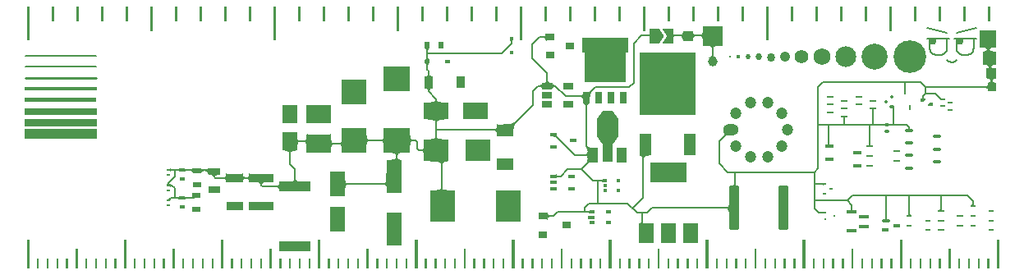
<source format=gtl>
%TF.GenerationSoftware,KiCad,Pcbnew,9.0.3*%
%TF.CreationDate,2025-07-16T19:26:03+02:00*%
%TF.ProjectId,PCB_Ruler,5043425f-5275-46c6-9572-2e6b69636164,rev?*%
%TF.SameCoordinates,Original*%
%TF.FileFunction,Copper,L1,Top*%
%TF.FilePolarity,Positive*%
%FSLAX46Y46*%
G04 Gerber Fmt 4.6, Leading zero omitted, Abs format (unit mm)*
G04 Created by KiCad (PCBNEW 9.0.3) date 2025-07-16 19:26:03*
%MOMM*%
%LPD*%
G01*
G04 APERTURE LIST*
G04 Aperture macros list*
%AMRoundRect*
0 Rectangle with rounded corners*
0 $1 Rounding radius*
0 $2 $3 $4 $5 $6 $7 $8 $9 X,Y pos of 4 corners*
0 Add a 4 corners polygon primitive as box body*
4,1,4,$2,$3,$4,$5,$6,$7,$8,$9,$2,$3,0*
0 Add four circle primitives for the rounded corners*
1,1,$1+$1,$2,$3*
1,1,$1+$1,$4,$5*
1,1,$1+$1,$6,$7*
1,1,$1+$1,$8,$9*
0 Add four rect primitives between the rounded corners*
20,1,$1+$1,$2,$3,$4,$5,0*
20,1,$1+$1,$4,$5,$6,$7,0*
20,1,$1+$1,$6,$7,$8,$9,0*
20,1,$1+$1,$8,$9,$2,$3,0*%
%AMOutline4P*
0 Free polygon, 4 corners , with rotation*
0 The origin of the aperture is its center*
0 number of corners: always 4*
0 $1 to $8 corner X, Y*
0 $9 Rotation angle, in degrees counterclockwise*
0 create outline with 4 corners*
4,1,4,$1,$2,$3,$4,$5,$6,$7,$8,$1,$2,$9*%
%AMFreePoly0*
4,1,6,1.000000,0.000000,0.500000,-0.750000,-0.500000,-0.750000,-0.500000,0.750000,0.500000,0.750000,1.000000,0.000000,1.000000,0.000000,$1*%
%AMFreePoly1*
4,1,6,0.500000,-0.750000,-0.650000,-0.750000,-0.150000,0.000000,-0.650000,0.750000,0.500000,0.750000,0.500000,-0.750000,0.500000,-0.750000,$1*%
%AMFreePoly2*
4,1,12,0.260000,0.029000,0.071000,-0.160000,-0.160000,-0.160000,-0.210000,-0.147000,-0.247000,-0.110000,-0.260000,-0.060000,-0.260000,0.060000,-0.247000,0.110000,-0.210000,0.147000,-0.160000,0.160000,0.260000,0.160000,0.260000,0.029000,0.260000,0.029000,$1*%
%AMFreePoly3*
4,1,12,0.210000,0.147000,0.247000,0.110000,0.260000,0.060000,0.260000,-0.060000,0.247000,-0.110000,0.210000,-0.147000,0.160000,-0.160000,-0.260000,-0.160000,-0.260000,-0.029000,-0.071000,0.160000,0.160000,0.160000,0.210000,0.147000,0.210000,0.147000,$1*%
G04 Aperture macros list end*
%TA.AperFunction,NonConductor*%
%ADD10C,0.000000*%
%TD*%
%TA.AperFunction,EtchedComponent*%
%ADD11C,0.000000*%
%TD*%
%TA.AperFunction,EtchedComponent*%
%ADD12C,0.150000*%
%TD*%
%ADD13C,0.150000*%
%TA.AperFunction,SMDPad,CuDef*%
%ADD14R,0.900000X0.500000*%
%TD*%
%TA.AperFunction,SMDPad,CuDef*%
%ADD15R,1.300000X0.700000*%
%TD*%
%TA.AperFunction,SMDPad,CuDef*%
%ADD16R,1.700000X0.900000*%
%TD*%
%TA.AperFunction,SMDPad,CuDef*%
%ADD17R,2.500000X0.900000*%
%TD*%
%TA.AperFunction,SMDPad,CuDef*%
%ADD18R,0.600000X0.400000*%
%TD*%
%TA.AperFunction,SMDPad,CuDef*%
%ADD19R,0.430000X0.280000*%
%TD*%
%TA.AperFunction,SMDPad,CuDef*%
%ADD20R,0.350000X0.350000*%
%TD*%
%TA.AperFunction,SMDPad,CuDef*%
%ADD21R,0.600000X0.450000*%
%TD*%
%TA.AperFunction,SMDPad,CuDef*%
%ADD22R,0.600000X0.700000*%
%TD*%
%TA.AperFunction,SMDPad,CuDef*%
%ADD23R,1.700000X1.300000*%
%TD*%
%TA.AperFunction,SMDPad,CuDef*%
%ADD24R,2.500000X3.300000*%
%TD*%
%TA.AperFunction,SMDPad,CuDef*%
%ADD25R,2.500000X1.800000*%
%TD*%
%TA.AperFunction,SMDPad,CuDef*%
%ADD26R,0.900000X0.800000*%
%TD*%
%TA.AperFunction,SMDPad,CuDef*%
%ADD27R,1.060000X0.650000*%
%TD*%
%TA.AperFunction,SMDPad,CuDef*%
%ADD28R,0.700000X0.450000*%
%TD*%
%TA.AperFunction,SMDPad,CuDef*%
%ADD29R,0.650000X0.400000*%
%TD*%
%TA.AperFunction,SMDPad,CuDef*%
%ADD30R,0.450000X0.300000*%
%TD*%
%TA.AperFunction,SMDPad,CuDef*%
%ADD31R,1.200000X2.200000*%
%TD*%
%TA.AperFunction,SMDPad,CuDef*%
%ADD32R,2.750000X3.050000*%
%TD*%
%TA.AperFunction,SMDPad,CuDef*%
%ADD33R,5.800000X6.400000*%
%TD*%
%TA.AperFunction,SMDPad,CuDef*%
%ADD34R,0.700000X1.150000*%
%TD*%
%TA.AperFunction,SMDPad,CuDef*%
%ADD35R,0.900000X0.600000*%
%TD*%
%TA.AperFunction,SMDPad,CuDef*%
%ADD36R,4.200000X3.300000*%
%TD*%
%TA.AperFunction,SMDPad,CuDef*%
%ADD37R,4.700000X1.550000*%
%TD*%
%TA.AperFunction,SMDPad,CuDef*%
%ADD38R,0.600000X0.900000*%
%TD*%
%TA.AperFunction,SMDPad,CuDef*%
%ADD39R,1.000000X1.500000*%
%TD*%
%TA.AperFunction,SMDPad,CuDef*%
%ADD40R,1.000000X1.800000*%
%TD*%
%TA.AperFunction,SMDPad,CuDef*%
%ADD41Outline4P,-1.100000X-0.500000X1.100000X-0.500000X0.400000X0.500000X-0.400000X0.500000X180.000000*%
%TD*%
%TA.AperFunction,SMDPad,CuDef*%
%ADD42R,2.200000X1.840000*%
%TD*%
%TA.AperFunction,SMDPad,CuDef*%
%ADD43Outline4P,-1.100000X-0.425000X1.100000X-0.425000X0.500000X0.425000X-0.500000X0.425000X0.000000*%
%TD*%
%TA.AperFunction,SMDPad,CuDef*%
%ADD44R,1.500000X2.000000*%
%TD*%
%TA.AperFunction,SMDPad,CuDef*%
%ADD45R,3.800000X2.000000*%
%TD*%
%TA.AperFunction,SMDPad,CuDef*%
%ADD46R,0.330000X0.270000*%
%TD*%
%TA.AperFunction,SMDPad,CuDef*%
%ADD47R,0.200000X0.200000*%
%TD*%
%TA.AperFunction,SMDPad,CuDef*%
%ADD48RoundRect,0.075000X-0.460000X0.075000X-0.460000X-0.075000X0.460000X-0.075000X0.460000X0.075000X0*%
%TD*%
%TA.AperFunction,SMDPad,CuDef*%
%ADD49R,0.500000X0.380000*%
%TD*%
%TA.AperFunction,SMDPad,CuDef*%
%ADD50R,0.650000X0.300000*%
%TD*%
%TA.AperFunction,ComponentPad*%
%ADD51R,0.850000X0.850000*%
%TD*%
%TA.AperFunction,ComponentPad*%
%ADD52R,1.350000X1.350000*%
%TD*%
%TA.AperFunction,ComponentPad*%
%ADD53R,1.000000X1.000000*%
%TD*%
%TA.AperFunction,ComponentPad*%
%ADD54C,3.363600*%
%TD*%
%TA.AperFunction,ComponentPad*%
%ADD55R,1.700000X1.700000*%
%TD*%
%TA.AperFunction,ComponentPad*%
%ADD56C,2.688200*%
%TD*%
%TA.AperFunction,ComponentPad*%
%ADD57C,2.152500*%
%TD*%
%TA.AperFunction,ComponentPad*%
%ADD58C,1.727700*%
%TD*%
%TA.AperFunction,ComponentPad*%
%ADD59C,1.390800*%
%TD*%
%TA.AperFunction,ComponentPad*%
%ADD60C,1.053700*%
%TD*%
%TA.AperFunction,ComponentPad*%
%ADD61C,0.861800*%
%TD*%
%TA.AperFunction,ComponentPad*%
%ADD62C,0.693800*%
%TD*%
%TA.AperFunction,ComponentPad*%
%ADD63C,0.525600*%
%TD*%
%TA.AperFunction,ComponentPad*%
%ADD64C,0.414900*%
%TD*%
%TA.AperFunction,ComponentPad*%
%ADD65C,0.331100*%
%TD*%
%TA.AperFunction,SMDPad,CuDef*%
%ADD66R,0.900000X1.200000*%
%TD*%
%TA.AperFunction,SMDPad,CuDef*%
%ADD67FreePoly0,0.000000*%
%TD*%
%TA.AperFunction,SMDPad,CuDef*%
%ADD68FreePoly1,0.000000*%
%TD*%
%TA.AperFunction,SMDPad,CuDef*%
%ADD69R,1.000000X1.000000*%
%TD*%
%TA.AperFunction,SMDPad,CuDef*%
%ADD70C,1.000000*%
%TD*%
%TA.AperFunction,SMDPad,CuDef*%
%ADD71R,2.000000X2.000000*%
%TD*%
%TA.AperFunction,SMDPad,CuDef*%
%ADD72R,3.200000X1.000000*%
%TD*%
%TA.AperFunction,SMDPad,CuDef*%
%ADD73R,1.600000X3.500000*%
%TD*%
%TA.AperFunction,SMDPad,CuDef*%
%ADD74R,2.500000X1.950000*%
%TD*%
%TA.AperFunction,SMDPad,CuDef*%
%ADD75R,1.500000X1.950000*%
%TD*%
%TA.AperFunction,SMDPad,CuDef*%
%ADD76R,2.500000X2.550000*%
%TD*%
%TA.AperFunction,SMDPad,CuDef*%
%ADD77R,2.700000X2.550000*%
%TD*%
%TA.AperFunction,SMDPad,CuDef*%
%ADD78R,1.600000X2.600000*%
%TD*%
%TA.AperFunction,SMDPad,CuDef*%
%ADD79R,2.500000X2.300000*%
%TD*%
%TA.AperFunction,SMDPad,CuDef*%
%ADD80RoundRect,0.250000X0.300000X-2.050000X0.300000X2.050000X-0.300000X2.050000X-0.300000X-2.050000X0*%
%TD*%
%TA.AperFunction,SMDPad,CuDef*%
%ADD81RoundRect,0.050000X0.275000X0.050000X-0.275000X0.050000X-0.275000X-0.050000X0.275000X-0.050000X0*%
%TD*%
%TA.AperFunction,SMDPad,CuDef*%
%ADD82RoundRect,0.075000X-0.175000X0.075000X-0.175000X-0.075000X0.175000X-0.075000X0.175000X0.075000X0*%
%TD*%
%TA.AperFunction,SMDPad,CuDef*%
%ADD83RoundRect,0.050000X-0.175000X0.050000X-0.175000X-0.050000X0.175000X-0.050000X0.175000X0.050000X0*%
%TD*%
%TA.AperFunction,SMDPad,CuDef*%
%ADD84RoundRect,0.100000X0.125000X0.050000X-0.125000X0.050000X-0.125000X-0.050000X0.125000X-0.050000X0*%
%TD*%
%TA.AperFunction,SMDPad,CuDef*%
%ADD85RoundRect,0.100000X0.100000X0.050000X-0.100000X0.050000X-0.100000X-0.050000X0.100000X-0.050000X0*%
%TD*%
%TA.AperFunction,SMDPad,CuDef*%
%ADD86RoundRect,0.070000X-0.355000X0.070000X-0.355000X-0.070000X0.355000X-0.070000X0.355000X0.070000X0*%
%TD*%
%TA.AperFunction,SMDPad,CuDef*%
%ADD87RoundRect,0.070000X-0.305000X0.070000X-0.305000X-0.070000X0.305000X-0.070000X0.305000X0.070000X0*%
%TD*%
%TA.AperFunction,SMDPad,CuDef*%
%ADD88O,1.600000X1.200000*%
%TD*%
%TA.AperFunction,SMDPad,CuDef*%
%ADD89C,1.200000*%
%TD*%
%TA.AperFunction,SMDPad,CuDef*%
%ADD90RoundRect,0.087500X-0.337500X-0.087500X0.337500X-0.087500X0.337500X0.087500X-0.337500X0.087500X0*%
%TD*%
%TA.AperFunction,SMDPad,CuDef*%
%ADD91RoundRect,0.062500X-0.312500X-0.062500X0.312500X-0.062500X0.312500X0.062500X-0.312500X0.062500X0*%
%TD*%
%TA.AperFunction,SMDPad,CuDef*%
%ADD92RoundRect,0.062500X-0.187500X-0.062500X0.187500X-0.062500X0.187500X0.062500X-0.187500X0.062500X0*%
%TD*%
%TA.AperFunction,SMDPad,CuDef*%
%ADD93RoundRect,0.060000X-0.240000X-0.060000X0.240000X-0.060000X0.240000X0.060000X-0.240000X0.060000X0*%
%TD*%
%TA.AperFunction,SMDPad,CuDef*%
%ADD94RoundRect,0.062500X-0.062500X-0.212500X0.062500X-0.212500X0.062500X0.212500X-0.062500X0.212500X0*%
%TD*%
%TA.AperFunction,SMDPad,CuDef*%
%ADD95RoundRect,0.075000X-0.350000X-0.075000X0.350000X-0.075000X0.350000X0.075000X-0.350000X0.075000X0*%
%TD*%
%TA.AperFunction,SMDPad,CuDef*%
%ADD96FreePoly2,0.000000*%
%TD*%
%TA.AperFunction,SMDPad,CuDef*%
%ADD97FreePoly3,0.000000*%
%TD*%
%TA.AperFunction,ComponentPad*%
%ADD98C,0.750000*%
%TD*%
%TA.AperFunction,Conductor*%
%ADD99C,0.200000*%
%TD*%
%TA.AperFunction,Conductor*%
%ADD100C,0.250000*%
%TD*%
%TA.AperFunction,Conductor*%
%ADD101C,0.150000*%
%TD*%
G04 APERTURE END LIST*
D10*
%TA.AperFunction,NonConductor*%
G36*
X77302000Y-105324600D02*
G01*
X69860700Y-105324600D01*
X69860700Y-104562600D01*
X77302000Y-104562600D01*
X77302000Y-105324600D01*
G37*
%TD.AperFunction*%
%TA.AperFunction,NonConductor*%
G36*
X77294201Y-102835400D02*
G01*
X69902901Y-102835400D01*
X69902901Y-102378200D01*
X77294201Y-102378200D01*
X77294201Y-102835400D01*
G37*
%TD.AperFunction*%
%TA.AperFunction,NonConductor*%
G36*
X77298662Y-106645400D02*
G01*
X69882362Y-106645400D01*
X69882362Y-105629400D01*
X77298662Y-105629400D01*
X77298662Y-106645400D01*
G37*
%TD.AperFunction*%
%TA.AperFunction,NonConductor*%
G36*
X77308127Y-101590800D02*
G01*
X69916827Y-101590800D01*
X69916827Y-101286000D01*
X77308127Y-101286000D01*
X77308127Y-101590800D01*
G37*
%TD.AperFunction*%
%TA.AperFunction,NonConductor*%
G36*
X77302147Y-104130800D02*
G01*
X69885847Y-104130800D01*
X69885847Y-103521200D01*
X77302147Y-103521200D01*
X77302147Y-104130800D01*
G37*
%TD.AperFunction*%
D11*
%TA.AperFunction,EtchedComponent*%
%TO.C,U5*%
G36*
X70400000Y-120000000D02*
G01*
X70100000Y-120000000D01*
X70100000Y-117000000D01*
X70400000Y-117000000D01*
X70400000Y-120000000D01*
G37*
%TD.AperFunction*%
%TA.AperFunction,EtchedComponent*%
G36*
X71350000Y-120000000D02*
G01*
X71150000Y-120000000D01*
X71150000Y-119000000D01*
X71350000Y-119000000D01*
X71350000Y-120000000D01*
G37*
%TD.AperFunction*%
%TA.AperFunction,EtchedComponent*%
G36*
X72350000Y-120000000D02*
G01*
X72150000Y-120000000D01*
X72150000Y-119000000D01*
X72350000Y-119000000D01*
X72350000Y-120000000D01*
G37*
%TD.AperFunction*%
%TA.AperFunction,EtchedComponent*%
G36*
X73350000Y-120000000D02*
G01*
X73150000Y-120000000D01*
X73150000Y-119000000D01*
X73350000Y-119000000D01*
X73350000Y-120000000D01*
G37*
%TD.AperFunction*%
%TA.AperFunction,EtchedComponent*%
G36*
X74350000Y-120000000D02*
G01*
X74150000Y-120000000D01*
X74150000Y-119000000D01*
X74350000Y-119000000D01*
X74350000Y-120000000D01*
G37*
%TD.AperFunction*%
%TA.AperFunction,EtchedComponent*%
G36*
X75350000Y-120000000D02*
G01*
X75150000Y-120000000D01*
X75150000Y-118000000D01*
X75350000Y-118000000D01*
X75350000Y-120000000D01*
G37*
%TD.AperFunction*%
%TA.AperFunction,EtchedComponent*%
G36*
X76350000Y-120000000D02*
G01*
X76150000Y-120000000D01*
X76150000Y-119000000D01*
X76350000Y-119000000D01*
X76350000Y-120000000D01*
G37*
%TD.AperFunction*%
%TA.AperFunction,EtchedComponent*%
G36*
X77350000Y-120000000D02*
G01*
X77150000Y-120000000D01*
X77150000Y-119000000D01*
X77350000Y-119000000D01*
X77350000Y-120000000D01*
G37*
%TD.AperFunction*%
%TA.AperFunction,EtchedComponent*%
G36*
X78350000Y-120000000D02*
G01*
X78150000Y-120000000D01*
X78150000Y-119000000D01*
X78350000Y-119000000D01*
X78350000Y-120000000D01*
G37*
%TD.AperFunction*%
%TA.AperFunction,EtchedComponent*%
G36*
X79350000Y-120000000D02*
G01*
X79150000Y-120000000D01*
X79150000Y-119000000D01*
X79350000Y-119000000D01*
X79350000Y-120000000D01*
G37*
%TD.AperFunction*%
%TA.AperFunction,EtchedComponent*%
G36*
X80400000Y-120000000D02*
G01*
X80100000Y-120000000D01*
X80100000Y-117000000D01*
X80400000Y-117000000D01*
X80400000Y-120000000D01*
G37*
%TD.AperFunction*%
%TA.AperFunction,EtchedComponent*%
%TO.C,U6*%
G36*
X80400000Y-120000000D02*
G01*
X80100000Y-120000000D01*
X80100000Y-117000000D01*
X80400000Y-117000000D01*
X80400000Y-120000000D01*
G37*
%TD.AperFunction*%
%TA.AperFunction,EtchedComponent*%
G36*
X81350000Y-120000000D02*
G01*
X81150000Y-120000000D01*
X81150000Y-119000000D01*
X81350000Y-119000000D01*
X81350000Y-120000000D01*
G37*
%TD.AperFunction*%
%TA.AperFunction,EtchedComponent*%
G36*
X82350000Y-120000000D02*
G01*
X82150000Y-120000000D01*
X82150000Y-119000000D01*
X82350000Y-119000000D01*
X82350000Y-120000000D01*
G37*
%TD.AperFunction*%
%TA.AperFunction,EtchedComponent*%
G36*
X83350000Y-120000000D02*
G01*
X83150000Y-120000000D01*
X83150000Y-119000000D01*
X83350000Y-119000000D01*
X83350000Y-120000000D01*
G37*
%TD.AperFunction*%
%TA.AperFunction,EtchedComponent*%
G36*
X84350000Y-120000000D02*
G01*
X84150000Y-120000000D01*
X84150000Y-119000000D01*
X84350000Y-119000000D01*
X84350000Y-120000000D01*
G37*
%TD.AperFunction*%
%TA.AperFunction,EtchedComponent*%
G36*
X85350000Y-120000000D02*
G01*
X85150000Y-120000000D01*
X85150000Y-118000000D01*
X85350000Y-118000000D01*
X85350000Y-120000000D01*
G37*
%TD.AperFunction*%
%TA.AperFunction,EtchedComponent*%
G36*
X86350000Y-120000000D02*
G01*
X86150000Y-120000000D01*
X86150000Y-119000000D01*
X86350000Y-119000000D01*
X86350000Y-120000000D01*
G37*
%TD.AperFunction*%
%TA.AperFunction,EtchedComponent*%
G36*
X87350000Y-120000000D02*
G01*
X87150000Y-120000000D01*
X87150000Y-119000000D01*
X87350000Y-119000000D01*
X87350000Y-120000000D01*
G37*
%TD.AperFunction*%
%TA.AperFunction,EtchedComponent*%
G36*
X88350000Y-120000000D02*
G01*
X88150000Y-120000000D01*
X88150000Y-119000000D01*
X88350000Y-119000000D01*
X88350000Y-120000000D01*
G37*
%TD.AperFunction*%
%TA.AperFunction,EtchedComponent*%
G36*
X89350000Y-120000000D02*
G01*
X89150000Y-120000000D01*
X89150000Y-119000000D01*
X89350000Y-119000000D01*
X89350000Y-120000000D01*
G37*
%TD.AperFunction*%
%TA.AperFunction,EtchedComponent*%
G36*
X90400000Y-120000000D02*
G01*
X90100000Y-120000000D01*
X90100000Y-117000000D01*
X90400000Y-117000000D01*
X90400000Y-120000000D01*
G37*
%TD.AperFunction*%
%TA.AperFunction,EtchedComponent*%
%TO.C,U7*%
G36*
X90400000Y-120000000D02*
G01*
X90100000Y-120000000D01*
X90100000Y-117000000D01*
X90400000Y-117000000D01*
X90400000Y-120000000D01*
G37*
%TD.AperFunction*%
%TA.AperFunction,EtchedComponent*%
G36*
X91350000Y-120000000D02*
G01*
X91150000Y-120000000D01*
X91150000Y-119000000D01*
X91350000Y-119000000D01*
X91350000Y-120000000D01*
G37*
%TD.AperFunction*%
%TA.AperFunction,EtchedComponent*%
G36*
X92350000Y-120000000D02*
G01*
X92150000Y-120000000D01*
X92150000Y-119000000D01*
X92350000Y-119000000D01*
X92350000Y-120000000D01*
G37*
%TD.AperFunction*%
%TA.AperFunction,EtchedComponent*%
G36*
X93350000Y-120000000D02*
G01*
X93150000Y-120000000D01*
X93150000Y-119000000D01*
X93350000Y-119000000D01*
X93350000Y-120000000D01*
G37*
%TD.AperFunction*%
%TA.AperFunction,EtchedComponent*%
G36*
X94350000Y-120000000D02*
G01*
X94150000Y-120000000D01*
X94150000Y-119000000D01*
X94350000Y-119000000D01*
X94350000Y-120000000D01*
G37*
%TD.AperFunction*%
%TA.AperFunction,EtchedComponent*%
G36*
X95350000Y-120000000D02*
G01*
X95150000Y-120000000D01*
X95150000Y-118000000D01*
X95350000Y-118000000D01*
X95350000Y-120000000D01*
G37*
%TD.AperFunction*%
%TA.AperFunction,EtchedComponent*%
G36*
X96350000Y-120000000D02*
G01*
X96150000Y-120000000D01*
X96150000Y-119000000D01*
X96350000Y-119000000D01*
X96350000Y-120000000D01*
G37*
%TD.AperFunction*%
%TA.AperFunction,EtchedComponent*%
G36*
X97350000Y-120000000D02*
G01*
X97150000Y-120000000D01*
X97150000Y-119000000D01*
X97350000Y-119000000D01*
X97350000Y-120000000D01*
G37*
%TD.AperFunction*%
%TA.AperFunction,EtchedComponent*%
G36*
X98350000Y-120000000D02*
G01*
X98150000Y-120000000D01*
X98150000Y-119000000D01*
X98350000Y-119000000D01*
X98350000Y-120000000D01*
G37*
%TD.AperFunction*%
%TA.AperFunction,EtchedComponent*%
G36*
X99350000Y-120000000D02*
G01*
X99150000Y-120000000D01*
X99150000Y-119000000D01*
X99350000Y-119000000D01*
X99350000Y-120000000D01*
G37*
%TD.AperFunction*%
%TA.AperFunction,EtchedComponent*%
G36*
X100400000Y-120000000D02*
G01*
X100100000Y-120000000D01*
X100100000Y-117000000D01*
X100400000Y-117000000D01*
X100400000Y-120000000D01*
G37*
%TD.AperFunction*%
%TA.AperFunction,EtchedComponent*%
%TO.C,U8*%
G36*
X100400000Y-120000000D02*
G01*
X100100000Y-120000000D01*
X100100000Y-117000000D01*
X100400000Y-117000000D01*
X100400000Y-120000000D01*
G37*
%TD.AperFunction*%
%TA.AperFunction,EtchedComponent*%
G36*
X101350000Y-120000000D02*
G01*
X101150000Y-120000000D01*
X101150000Y-119000000D01*
X101350000Y-119000000D01*
X101350000Y-120000000D01*
G37*
%TD.AperFunction*%
%TA.AperFunction,EtchedComponent*%
G36*
X102350000Y-120000000D02*
G01*
X102150000Y-120000000D01*
X102150000Y-119000000D01*
X102350000Y-119000000D01*
X102350000Y-120000000D01*
G37*
%TD.AperFunction*%
%TA.AperFunction,EtchedComponent*%
G36*
X103350000Y-120000000D02*
G01*
X103150000Y-120000000D01*
X103150000Y-119000000D01*
X103350000Y-119000000D01*
X103350000Y-120000000D01*
G37*
%TD.AperFunction*%
%TA.AperFunction,EtchedComponent*%
G36*
X104350000Y-120000000D02*
G01*
X104150000Y-120000000D01*
X104150000Y-119000000D01*
X104350000Y-119000000D01*
X104350000Y-120000000D01*
G37*
%TD.AperFunction*%
%TA.AperFunction,EtchedComponent*%
G36*
X105350000Y-120000000D02*
G01*
X105150000Y-120000000D01*
X105150000Y-118000000D01*
X105350000Y-118000000D01*
X105350000Y-120000000D01*
G37*
%TD.AperFunction*%
%TA.AperFunction,EtchedComponent*%
G36*
X106350000Y-120000000D02*
G01*
X106150000Y-120000000D01*
X106150000Y-119000000D01*
X106350000Y-119000000D01*
X106350000Y-120000000D01*
G37*
%TD.AperFunction*%
%TA.AperFunction,EtchedComponent*%
G36*
X107350000Y-120000000D02*
G01*
X107150000Y-120000000D01*
X107150000Y-119000000D01*
X107350000Y-119000000D01*
X107350000Y-120000000D01*
G37*
%TD.AperFunction*%
%TA.AperFunction,EtchedComponent*%
G36*
X108350000Y-120000000D02*
G01*
X108150000Y-120000000D01*
X108150000Y-119000000D01*
X108350000Y-119000000D01*
X108350000Y-120000000D01*
G37*
%TD.AperFunction*%
%TA.AperFunction,EtchedComponent*%
G36*
X109350000Y-120000000D02*
G01*
X109150000Y-120000000D01*
X109150000Y-119000000D01*
X109350000Y-119000000D01*
X109350000Y-120000000D01*
G37*
%TD.AperFunction*%
%TA.AperFunction,EtchedComponent*%
G36*
X110400000Y-120000000D02*
G01*
X110100000Y-120000000D01*
X110100000Y-117000000D01*
X110400000Y-117000000D01*
X110400000Y-120000000D01*
G37*
%TD.AperFunction*%
%TA.AperFunction,EtchedComponent*%
%TO.C,U9*%
G36*
X110400000Y-120000000D02*
G01*
X110100000Y-120000000D01*
X110100000Y-117000000D01*
X110400000Y-117000000D01*
X110400000Y-120000000D01*
G37*
%TD.AperFunction*%
%TA.AperFunction,EtchedComponent*%
G36*
X111350000Y-120000000D02*
G01*
X111150000Y-120000000D01*
X111150000Y-119000000D01*
X111350000Y-119000000D01*
X111350000Y-120000000D01*
G37*
%TD.AperFunction*%
%TA.AperFunction,EtchedComponent*%
G36*
X112350000Y-120000000D02*
G01*
X112150000Y-120000000D01*
X112150000Y-119000000D01*
X112350000Y-119000000D01*
X112350000Y-120000000D01*
G37*
%TD.AperFunction*%
%TA.AperFunction,EtchedComponent*%
G36*
X113350000Y-120000000D02*
G01*
X113150000Y-120000000D01*
X113150000Y-119000000D01*
X113350000Y-119000000D01*
X113350000Y-120000000D01*
G37*
%TD.AperFunction*%
%TA.AperFunction,EtchedComponent*%
G36*
X114350000Y-120000000D02*
G01*
X114150000Y-120000000D01*
X114150000Y-119000000D01*
X114350000Y-119000000D01*
X114350000Y-120000000D01*
G37*
%TD.AperFunction*%
%TA.AperFunction,EtchedComponent*%
G36*
X115350000Y-120000000D02*
G01*
X115150000Y-120000000D01*
X115150000Y-118000000D01*
X115350000Y-118000000D01*
X115350000Y-120000000D01*
G37*
%TD.AperFunction*%
%TA.AperFunction,EtchedComponent*%
G36*
X116350000Y-120000000D02*
G01*
X116150000Y-120000000D01*
X116150000Y-119000000D01*
X116350000Y-119000000D01*
X116350000Y-120000000D01*
G37*
%TD.AperFunction*%
%TA.AperFunction,EtchedComponent*%
G36*
X117350000Y-120000000D02*
G01*
X117150000Y-120000000D01*
X117150000Y-119000000D01*
X117350000Y-119000000D01*
X117350000Y-120000000D01*
G37*
%TD.AperFunction*%
%TA.AperFunction,EtchedComponent*%
G36*
X118350000Y-120000000D02*
G01*
X118150000Y-120000000D01*
X118150000Y-119000000D01*
X118350000Y-119000000D01*
X118350000Y-120000000D01*
G37*
%TD.AperFunction*%
%TA.AperFunction,EtchedComponent*%
G36*
X119350000Y-120000000D02*
G01*
X119150000Y-120000000D01*
X119150000Y-119000000D01*
X119350000Y-119000000D01*
X119350000Y-120000000D01*
G37*
%TD.AperFunction*%
%TA.AperFunction,EtchedComponent*%
G36*
X120400000Y-120000000D02*
G01*
X120100000Y-120000000D01*
X120100000Y-117000000D01*
X120400000Y-117000000D01*
X120400000Y-120000000D01*
G37*
%TD.AperFunction*%
%TA.AperFunction,EtchedComponent*%
%TO.C,U10*%
G36*
X120400000Y-120000000D02*
G01*
X120100000Y-120000000D01*
X120100000Y-117000000D01*
X120400000Y-117000000D01*
X120400000Y-120000000D01*
G37*
%TD.AperFunction*%
%TA.AperFunction,EtchedComponent*%
G36*
X121350000Y-120000000D02*
G01*
X121150000Y-120000000D01*
X121150000Y-119000000D01*
X121350000Y-119000000D01*
X121350000Y-120000000D01*
G37*
%TD.AperFunction*%
%TA.AperFunction,EtchedComponent*%
G36*
X122350000Y-120000000D02*
G01*
X122150000Y-120000000D01*
X122150000Y-119000000D01*
X122350000Y-119000000D01*
X122350000Y-120000000D01*
G37*
%TD.AperFunction*%
%TA.AperFunction,EtchedComponent*%
G36*
X123350000Y-120000000D02*
G01*
X123150000Y-120000000D01*
X123150000Y-119000000D01*
X123350000Y-119000000D01*
X123350000Y-120000000D01*
G37*
%TD.AperFunction*%
%TA.AperFunction,EtchedComponent*%
G36*
X124350000Y-120000000D02*
G01*
X124150000Y-120000000D01*
X124150000Y-119000000D01*
X124350000Y-119000000D01*
X124350000Y-120000000D01*
G37*
%TD.AperFunction*%
%TA.AperFunction,EtchedComponent*%
G36*
X125350000Y-120000000D02*
G01*
X125150000Y-120000000D01*
X125150000Y-118000000D01*
X125350000Y-118000000D01*
X125350000Y-120000000D01*
G37*
%TD.AperFunction*%
%TA.AperFunction,EtchedComponent*%
G36*
X126350000Y-120000000D02*
G01*
X126150000Y-120000000D01*
X126150000Y-119000000D01*
X126350000Y-119000000D01*
X126350000Y-120000000D01*
G37*
%TD.AperFunction*%
%TA.AperFunction,EtchedComponent*%
G36*
X127350000Y-120000000D02*
G01*
X127150000Y-120000000D01*
X127150000Y-119000000D01*
X127350000Y-119000000D01*
X127350000Y-120000000D01*
G37*
%TD.AperFunction*%
%TA.AperFunction,EtchedComponent*%
G36*
X128350000Y-120000000D02*
G01*
X128150000Y-120000000D01*
X128150000Y-119000000D01*
X128350000Y-119000000D01*
X128350000Y-120000000D01*
G37*
%TD.AperFunction*%
%TA.AperFunction,EtchedComponent*%
G36*
X129350000Y-120000000D02*
G01*
X129150000Y-120000000D01*
X129150000Y-119000000D01*
X129350000Y-119000000D01*
X129350000Y-120000000D01*
G37*
%TD.AperFunction*%
%TA.AperFunction,EtchedComponent*%
G36*
X130400000Y-120000000D02*
G01*
X130100000Y-120000000D01*
X130100000Y-117000000D01*
X130400000Y-117000000D01*
X130400000Y-120000000D01*
G37*
%TD.AperFunction*%
%TA.AperFunction,EtchedComponent*%
%TO.C,U11*%
G36*
X130400000Y-120000000D02*
G01*
X130100000Y-120000000D01*
X130100000Y-117000000D01*
X130400000Y-117000000D01*
X130400000Y-120000000D01*
G37*
%TD.AperFunction*%
%TA.AperFunction,EtchedComponent*%
G36*
X131350000Y-120000000D02*
G01*
X131150000Y-120000000D01*
X131150000Y-119000000D01*
X131350000Y-119000000D01*
X131350000Y-120000000D01*
G37*
%TD.AperFunction*%
%TA.AperFunction,EtchedComponent*%
G36*
X132350000Y-120000000D02*
G01*
X132150000Y-120000000D01*
X132150000Y-119000000D01*
X132350000Y-119000000D01*
X132350000Y-120000000D01*
G37*
%TD.AperFunction*%
%TA.AperFunction,EtchedComponent*%
G36*
X133350000Y-120000000D02*
G01*
X133150000Y-120000000D01*
X133150000Y-119000000D01*
X133350000Y-119000000D01*
X133350000Y-120000000D01*
G37*
%TD.AperFunction*%
%TA.AperFunction,EtchedComponent*%
G36*
X134350000Y-120000000D02*
G01*
X134150000Y-120000000D01*
X134150000Y-119000000D01*
X134350000Y-119000000D01*
X134350000Y-120000000D01*
G37*
%TD.AperFunction*%
%TA.AperFunction,EtchedComponent*%
G36*
X135350000Y-120000000D02*
G01*
X135150000Y-120000000D01*
X135150000Y-118000000D01*
X135350000Y-118000000D01*
X135350000Y-120000000D01*
G37*
%TD.AperFunction*%
%TA.AperFunction,EtchedComponent*%
G36*
X136350000Y-120000000D02*
G01*
X136150000Y-120000000D01*
X136150000Y-119000000D01*
X136350000Y-119000000D01*
X136350000Y-120000000D01*
G37*
%TD.AperFunction*%
%TA.AperFunction,EtchedComponent*%
G36*
X137350000Y-120000000D02*
G01*
X137150000Y-120000000D01*
X137150000Y-119000000D01*
X137350000Y-119000000D01*
X137350000Y-120000000D01*
G37*
%TD.AperFunction*%
%TA.AperFunction,EtchedComponent*%
G36*
X138350000Y-120000000D02*
G01*
X138150000Y-120000000D01*
X138150000Y-119000000D01*
X138350000Y-119000000D01*
X138350000Y-120000000D01*
G37*
%TD.AperFunction*%
%TA.AperFunction,EtchedComponent*%
G36*
X139350000Y-120000000D02*
G01*
X139150000Y-120000000D01*
X139150000Y-119000000D01*
X139350000Y-119000000D01*
X139350000Y-120000000D01*
G37*
%TD.AperFunction*%
%TA.AperFunction,EtchedComponent*%
G36*
X140400000Y-120000000D02*
G01*
X140100000Y-120000000D01*
X140100000Y-117000000D01*
X140400000Y-117000000D01*
X140400000Y-120000000D01*
G37*
%TD.AperFunction*%
%TA.AperFunction,EtchedComponent*%
%TO.C,U12*%
G36*
X140400000Y-120000000D02*
G01*
X140100000Y-120000000D01*
X140100000Y-117000000D01*
X140400000Y-117000000D01*
X140400000Y-120000000D01*
G37*
%TD.AperFunction*%
%TA.AperFunction,EtchedComponent*%
G36*
X141350000Y-120000000D02*
G01*
X141150000Y-120000000D01*
X141150000Y-119000000D01*
X141350000Y-119000000D01*
X141350000Y-120000000D01*
G37*
%TD.AperFunction*%
%TA.AperFunction,EtchedComponent*%
G36*
X142350000Y-120000000D02*
G01*
X142150000Y-120000000D01*
X142150000Y-119000000D01*
X142350000Y-119000000D01*
X142350000Y-120000000D01*
G37*
%TD.AperFunction*%
%TA.AperFunction,EtchedComponent*%
G36*
X143350000Y-120000000D02*
G01*
X143150000Y-120000000D01*
X143150000Y-119000000D01*
X143350000Y-119000000D01*
X143350000Y-120000000D01*
G37*
%TD.AperFunction*%
%TA.AperFunction,EtchedComponent*%
G36*
X144350000Y-120000000D02*
G01*
X144150000Y-120000000D01*
X144150000Y-119000000D01*
X144350000Y-119000000D01*
X144350000Y-120000000D01*
G37*
%TD.AperFunction*%
%TA.AperFunction,EtchedComponent*%
G36*
X145350000Y-120000000D02*
G01*
X145150000Y-120000000D01*
X145150000Y-118000000D01*
X145350000Y-118000000D01*
X145350000Y-120000000D01*
G37*
%TD.AperFunction*%
%TA.AperFunction,EtchedComponent*%
G36*
X146350000Y-120000000D02*
G01*
X146150000Y-120000000D01*
X146150000Y-119000000D01*
X146350000Y-119000000D01*
X146350000Y-120000000D01*
G37*
%TD.AperFunction*%
%TA.AperFunction,EtchedComponent*%
G36*
X147350000Y-120000000D02*
G01*
X147150000Y-120000000D01*
X147150000Y-119000000D01*
X147350000Y-119000000D01*
X147350000Y-120000000D01*
G37*
%TD.AperFunction*%
%TA.AperFunction,EtchedComponent*%
G36*
X148350000Y-120000000D02*
G01*
X148150000Y-120000000D01*
X148150000Y-119000000D01*
X148350000Y-119000000D01*
X148350000Y-120000000D01*
G37*
%TD.AperFunction*%
%TA.AperFunction,EtchedComponent*%
G36*
X149350000Y-120000000D02*
G01*
X149150000Y-120000000D01*
X149150000Y-119000000D01*
X149350000Y-119000000D01*
X149350000Y-120000000D01*
G37*
%TD.AperFunction*%
%TA.AperFunction,EtchedComponent*%
G36*
X150400000Y-120000000D02*
G01*
X150100000Y-120000000D01*
X150100000Y-117000000D01*
X150400000Y-117000000D01*
X150400000Y-120000000D01*
G37*
%TD.AperFunction*%
%TA.AperFunction,EtchedComponent*%
%TO.C,U13*%
G36*
X150400000Y-120000000D02*
G01*
X150100000Y-120000000D01*
X150100000Y-117000000D01*
X150400000Y-117000000D01*
X150400000Y-120000000D01*
G37*
%TD.AperFunction*%
%TA.AperFunction,EtchedComponent*%
G36*
X151350000Y-120000000D02*
G01*
X151150000Y-120000000D01*
X151150000Y-119000000D01*
X151350000Y-119000000D01*
X151350000Y-120000000D01*
G37*
%TD.AperFunction*%
%TA.AperFunction,EtchedComponent*%
G36*
X152350000Y-120000000D02*
G01*
X152150000Y-120000000D01*
X152150000Y-119000000D01*
X152350000Y-119000000D01*
X152350000Y-120000000D01*
G37*
%TD.AperFunction*%
%TA.AperFunction,EtchedComponent*%
G36*
X153350000Y-120000000D02*
G01*
X153150000Y-120000000D01*
X153150000Y-119000000D01*
X153350000Y-119000000D01*
X153350000Y-120000000D01*
G37*
%TD.AperFunction*%
%TA.AperFunction,EtchedComponent*%
G36*
X154350000Y-120000000D02*
G01*
X154150000Y-120000000D01*
X154150000Y-119000000D01*
X154350000Y-119000000D01*
X154350000Y-120000000D01*
G37*
%TD.AperFunction*%
%TA.AperFunction,EtchedComponent*%
G36*
X155350000Y-120000000D02*
G01*
X155150000Y-120000000D01*
X155150000Y-118000000D01*
X155350000Y-118000000D01*
X155350000Y-120000000D01*
G37*
%TD.AperFunction*%
%TA.AperFunction,EtchedComponent*%
G36*
X156350000Y-120000000D02*
G01*
X156150000Y-120000000D01*
X156150000Y-119000000D01*
X156350000Y-119000000D01*
X156350000Y-120000000D01*
G37*
%TD.AperFunction*%
%TA.AperFunction,EtchedComponent*%
G36*
X157350000Y-120000000D02*
G01*
X157150000Y-120000000D01*
X157150000Y-119000000D01*
X157350000Y-119000000D01*
X157350000Y-120000000D01*
G37*
%TD.AperFunction*%
%TA.AperFunction,EtchedComponent*%
G36*
X158350000Y-120000000D02*
G01*
X158150000Y-120000000D01*
X158150000Y-119000000D01*
X158350000Y-119000000D01*
X158350000Y-120000000D01*
G37*
%TD.AperFunction*%
%TA.AperFunction,EtchedComponent*%
G36*
X159350000Y-120000000D02*
G01*
X159150000Y-120000000D01*
X159150000Y-119000000D01*
X159350000Y-119000000D01*
X159350000Y-120000000D01*
G37*
%TD.AperFunction*%
%TA.AperFunction,EtchedComponent*%
G36*
X160400000Y-120000000D02*
G01*
X160100000Y-120000000D01*
X160100000Y-117000000D01*
X160400000Y-117000000D01*
X160400000Y-120000000D01*
G37*
%TD.AperFunction*%
%TA.AperFunction,EtchedComponent*%
%TO.C,U14*%
G36*
X160400000Y-120000000D02*
G01*
X160100000Y-120000000D01*
X160100000Y-117000000D01*
X160400000Y-117000000D01*
X160400000Y-120000000D01*
G37*
%TD.AperFunction*%
%TA.AperFunction,EtchedComponent*%
G36*
X161350000Y-120000000D02*
G01*
X161150000Y-120000000D01*
X161150000Y-119000000D01*
X161350000Y-119000000D01*
X161350000Y-120000000D01*
G37*
%TD.AperFunction*%
%TA.AperFunction,EtchedComponent*%
G36*
X162350000Y-120000000D02*
G01*
X162150000Y-120000000D01*
X162150000Y-119000000D01*
X162350000Y-119000000D01*
X162350000Y-120000000D01*
G37*
%TD.AperFunction*%
%TA.AperFunction,EtchedComponent*%
G36*
X163350000Y-120000000D02*
G01*
X163150000Y-120000000D01*
X163150000Y-119000000D01*
X163350000Y-119000000D01*
X163350000Y-120000000D01*
G37*
%TD.AperFunction*%
%TA.AperFunction,EtchedComponent*%
G36*
X164350000Y-120000000D02*
G01*
X164150000Y-120000000D01*
X164150000Y-119000000D01*
X164350000Y-119000000D01*
X164350000Y-120000000D01*
G37*
%TD.AperFunction*%
%TA.AperFunction,EtchedComponent*%
G36*
X165350000Y-120000000D02*
G01*
X165150000Y-120000000D01*
X165150000Y-118000000D01*
X165350000Y-118000000D01*
X165350000Y-120000000D01*
G37*
%TD.AperFunction*%
%TA.AperFunction,EtchedComponent*%
G36*
X166350000Y-120000000D02*
G01*
X166150000Y-120000000D01*
X166150000Y-119000000D01*
X166350000Y-119000000D01*
X166350000Y-120000000D01*
G37*
%TD.AperFunction*%
%TA.AperFunction,EtchedComponent*%
G36*
X167350000Y-120000000D02*
G01*
X167150000Y-120000000D01*
X167150000Y-119000000D01*
X167350000Y-119000000D01*
X167350000Y-120000000D01*
G37*
%TD.AperFunction*%
%TA.AperFunction,EtchedComponent*%
G36*
X168350000Y-120000000D02*
G01*
X168150000Y-120000000D01*
X168150000Y-119000000D01*
X168350000Y-119000000D01*
X168350000Y-120000000D01*
G37*
%TD.AperFunction*%
%TA.AperFunction,EtchedComponent*%
G36*
X169350000Y-120000000D02*
G01*
X169150000Y-120000000D01*
X169150000Y-119000000D01*
X169350000Y-119000000D01*
X169350000Y-120000000D01*
G37*
%TD.AperFunction*%
%TA.AperFunction,EtchedComponent*%
G36*
X170400000Y-120000000D02*
G01*
X170100000Y-120000000D01*
X170100000Y-117000000D01*
X170400000Y-117000000D01*
X170400000Y-120000000D01*
G37*
%TD.AperFunction*%
%TA.AperFunction,EtchedComponent*%
%TO.C,U20*%
G36*
X70400000Y-96500000D02*
G01*
X70100000Y-96500000D01*
X70100000Y-93000000D01*
X70400000Y-93000000D01*
X70400000Y-96500000D01*
G37*
%TD.AperFunction*%
%TA.AperFunction,EtchedComponent*%
G36*
X72963000Y-94500000D02*
G01*
X72663000Y-94500000D01*
X72663000Y-93000000D01*
X72963000Y-93000000D01*
X72963000Y-94500000D01*
G37*
%TD.AperFunction*%
%TA.AperFunction,EtchedComponent*%
G36*
X75480000Y-94500000D02*
G01*
X75180000Y-94500000D01*
X75180000Y-93000000D01*
X75480000Y-93000000D01*
X75480000Y-94500000D01*
G37*
%TD.AperFunction*%
%TA.AperFunction,EtchedComponent*%
G36*
X78043000Y-94500000D02*
G01*
X77743000Y-94500000D01*
X77743000Y-93000000D01*
X78043000Y-93000000D01*
X78043000Y-94500000D01*
G37*
%TD.AperFunction*%
%TA.AperFunction,EtchedComponent*%
G36*
X80560000Y-94500000D02*
G01*
X80260000Y-94500000D01*
X80260000Y-93000000D01*
X80560000Y-93000000D01*
X80560000Y-94500000D01*
G37*
%TD.AperFunction*%
%TA.AperFunction,EtchedComponent*%
G36*
X83100000Y-95500000D02*
G01*
X82800000Y-95500000D01*
X82800000Y-93000000D01*
X83100000Y-93000000D01*
X83100000Y-95500000D01*
G37*
%TD.AperFunction*%
%TA.AperFunction,EtchedComponent*%
G36*
X85663000Y-94500000D02*
G01*
X85363000Y-94500000D01*
X85363000Y-93000000D01*
X85663000Y-93000000D01*
X85663000Y-94500000D01*
G37*
%TD.AperFunction*%
%TA.AperFunction,EtchedComponent*%
G36*
X88180000Y-94500000D02*
G01*
X87880000Y-94500000D01*
X87880000Y-93000000D01*
X88180000Y-93000000D01*
X88180000Y-94500000D01*
G37*
%TD.AperFunction*%
%TA.AperFunction,EtchedComponent*%
G36*
X90743000Y-94500000D02*
G01*
X90443000Y-94500000D01*
X90443000Y-93000000D01*
X90743000Y-93000000D01*
X90743000Y-94500000D01*
G37*
%TD.AperFunction*%
%TA.AperFunction,EtchedComponent*%
G36*
X93260000Y-94500000D02*
G01*
X92960000Y-94500000D01*
X92960000Y-93000000D01*
X93260000Y-93000000D01*
X93260000Y-94500000D01*
G37*
%TD.AperFunction*%
%TA.AperFunction,EtchedComponent*%
%TO.C,U21*%
G36*
X95800000Y-96500000D02*
G01*
X95500000Y-96500000D01*
X95500000Y-93000000D01*
X95800000Y-93000000D01*
X95800000Y-96500000D01*
G37*
%TD.AperFunction*%
%TA.AperFunction,EtchedComponent*%
G36*
X98363000Y-94500000D02*
G01*
X98063000Y-94500000D01*
X98063000Y-93000000D01*
X98363000Y-93000000D01*
X98363000Y-94500000D01*
G37*
%TD.AperFunction*%
%TA.AperFunction,EtchedComponent*%
G36*
X100880000Y-94500000D02*
G01*
X100580000Y-94500000D01*
X100580000Y-93000000D01*
X100880000Y-93000000D01*
X100880000Y-94500000D01*
G37*
%TD.AperFunction*%
%TA.AperFunction,EtchedComponent*%
G36*
X103443000Y-94500000D02*
G01*
X103143000Y-94500000D01*
X103143000Y-93000000D01*
X103443000Y-93000000D01*
X103443000Y-94500000D01*
G37*
%TD.AperFunction*%
%TA.AperFunction,EtchedComponent*%
G36*
X105960000Y-94500000D02*
G01*
X105660000Y-94500000D01*
X105660000Y-93000000D01*
X105960000Y-93000000D01*
X105960000Y-94500000D01*
G37*
%TD.AperFunction*%
%TA.AperFunction,EtchedComponent*%
G36*
X108500000Y-95500000D02*
G01*
X108200000Y-95500000D01*
X108200000Y-93000000D01*
X108500000Y-93000000D01*
X108500000Y-95500000D01*
G37*
%TD.AperFunction*%
%TA.AperFunction,EtchedComponent*%
G36*
X111063000Y-94500000D02*
G01*
X110763000Y-94500000D01*
X110763000Y-93000000D01*
X111063000Y-93000000D01*
X111063000Y-94500000D01*
G37*
%TD.AperFunction*%
%TA.AperFunction,EtchedComponent*%
G36*
X113580000Y-94500000D02*
G01*
X113280000Y-94500000D01*
X113280000Y-93000000D01*
X113580000Y-93000000D01*
X113580000Y-94500000D01*
G37*
%TD.AperFunction*%
%TA.AperFunction,EtchedComponent*%
G36*
X116143000Y-94500000D02*
G01*
X115843000Y-94500000D01*
X115843000Y-93000000D01*
X116143000Y-93000000D01*
X116143000Y-94500000D01*
G37*
%TD.AperFunction*%
%TA.AperFunction,EtchedComponent*%
G36*
X118660000Y-94500000D02*
G01*
X118360000Y-94500000D01*
X118360000Y-93000000D01*
X118660000Y-93000000D01*
X118660000Y-94500000D01*
G37*
%TD.AperFunction*%
%TA.AperFunction,EtchedComponent*%
%TO.C,U22*%
G36*
X121200000Y-96500000D02*
G01*
X120900000Y-96500000D01*
X120900000Y-93000000D01*
X121200000Y-93000000D01*
X121200000Y-96500000D01*
G37*
%TD.AperFunction*%
%TA.AperFunction,EtchedComponent*%
G36*
X123763000Y-94500000D02*
G01*
X123463000Y-94500000D01*
X123463000Y-93000000D01*
X123763000Y-93000000D01*
X123763000Y-94500000D01*
G37*
%TD.AperFunction*%
%TA.AperFunction,EtchedComponent*%
G36*
X126280000Y-94500000D02*
G01*
X125980000Y-94500000D01*
X125980000Y-93000000D01*
X126280000Y-93000000D01*
X126280000Y-94500000D01*
G37*
%TD.AperFunction*%
%TA.AperFunction,EtchedComponent*%
G36*
X128843000Y-94500000D02*
G01*
X128543000Y-94500000D01*
X128543000Y-93000000D01*
X128843000Y-93000000D01*
X128843000Y-94500000D01*
G37*
%TD.AperFunction*%
%TA.AperFunction,EtchedComponent*%
G36*
X131360000Y-94500000D02*
G01*
X131060000Y-94500000D01*
X131060000Y-93000000D01*
X131360000Y-93000000D01*
X131360000Y-94500000D01*
G37*
%TD.AperFunction*%
%TA.AperFunction,EtchedComponent*%
G36*
X133900000Y-95500000D02*
G01*
X133600000Y-95500000D01*
X133600000Y-93000000D01*
X133900000Y-93000000D01*
X133900000Y-95500000D01*
G37*
%TD.AperFunction*%
%TA.AperFunction,EtchedComponent*%
G36*
X136463000Y-94500000D02*
G01*
X136163000Y-94500000D01*
X136163000Y-93000000D01*
X136463000Y-93000000D01*
X136463000Y-94500000D01*
G37*
%TD.AperFunction*%
%TA.AperFunction,EtchedComponent*%
G36*
X138980000Y-94500000D02*
G01*
X138680000Y-94500000D01*
X138680000Y-93000000D01*
X138980000Y-93000000D01*
X138980000Y-94500000D01*
G37*
%TD.AperFunction*%
%TA.AperFunction,EtchedComponent*%
G36*
X141543000Y-94500000D02*
G01*
X141243000Y-94500000D01*
X141243000Y-93000000D01*
X141543000Y-93000000D01*
X141543000Y-94500000D01*
G37*
%TD.AperFunction*%
%TA.AperFunction,EtchedComponent*%
G36*
X144060000Y-94500000D02*
G01*
X143760000Y-94500000D01*
X143760000Y-93000000D01*
X144060000Y-93000000D01*
X144060000Y-94500000D01*
G37*
%TD.AperFunction*%
%TA.AperFunction,EtchedComponent*%
%TO.C,U15*%
G36*
X146600000Y-96500000D02*
G01*
X146300000Y-96500000D01*
X146300000Y-93000000D01*
X146600000Y-93000000D01*
X146600000Y-96500000D01*
G37*
%TD.AperFunction*%
%TA.AperFunction,EtchedComponent*%
G36*
X149163000Y-94500000D02*
G01*
X148863000Y-94500000D01*
X148863000Y-93000000D01*
X149163000Y-93000000D01*
X149163000Y-94500000D01*
G37*
%TD.AperFunction*%
%TA.AperFunction,EtchedComponent*%
G36*
X151680000Y-94500000D02*
G01*
X151380000Y-94500000D01*
X151380000Y-93000000D01*
X151680000Y-93000000D01*
X151680000Y-94500000D01*
G37*
%TD.AperFunction*%
%TA.AperFunction,EtchedComponent*%
G36*
X154243000Y-94500000D02*
G01*
X153943000Y-94500000D01*
X153943000Y-93000000D01*
X154243000Y-93000000D01*
X154243000Y-94500000D01*
G37*
%TD.AperFunction*%
%TA.AperFunction,EtchedComponent*%
G36*
X156760000Y-94500000D02*
G01*
X156460000Y-94500000D01*
X156460000Y-93000000D01*
X156760000Y-93000000D01*
X156760000Y-94500000D01*
G37*
%TD.AperFunction*%
%TA.AperFunction,EtchedComponent*%
G36*
X159300000Y-95500000D02*
G01*
X159000000Y-95500000D01*
X159000000Y-93000000D01*
X159300000Y-93000000D01*
X159300000Y-95500000D01*
G37*
%TD.AperFunction*%
%TA.AperFunction,EtchedComponent*%
G36*
X161863000Y-94500000D02*
G01*
X161563000Y-94500000D01*
X161563000Y-93000000D01*
X161863000Y-93000000D01*
X161863000Y-94500000D01*
G37*
%TD.AperFunction*%
%TA.AperFunction,EtchedComponent*%
G36*
X164380000Y-94500000D02*
G01*
X164080000Y-94500000D01*
X164080000Y-93000000D01*
X164380000Y-93000000D01*
X164380000Y-94500000D01*
G37*
%TD.AperFunction*%
%TA.AperFunction,EtchedComponent*%
G36*
X166943000Y-94500000D02*
G01*
X166643000Y-94500000D01*
X166643000Y-93000000D01*
X166943000Y-93000000D01*
X166943000Y-94500000D01*
G37*
%TD.AperFunction*%
%TA.AperFunction,EtchedComponent*%
G36*
X169460000Y-94500000D02*
G01*
X169160000Y-94500000D01*
X169160000Y-93000000D01*
X169460000Y-93000000D01*
X169460000Y-94500000D01*
G37*
%TD.AperFunction*%
D12*
%TO.C,REF\u002A\u002A*%
X163225000Y-96250000D02*
X162975000Y-96250000D01*
X163225000Y-96250000D02*
X164975000Y-96250000D01*
X163225000Y-97250000D02*
X163225000Y-96250000D01*
X164975000Y-95700000D02*
X162975000Y-95175000D01*
X164975000Y-97250000D02*
X164975000Y-96250000D01*
X165225000Y-96250000D02*
X164975000Y-96250000D01*
X165975000Y-95700000D02*
X167975000Y-95175000D01*
X165975000Y-96250000D02*
X165725000Y-96250000D01*
X165975000Y-96250000D02*
X167725000Y-96250000D01*
X165975000Y-97250000D02*
X165975000Y-96250000D01*
X167725000Y-97250000D02*
X167725000Y-96250000D01*
X167975000Y-96250000D02*
X167725000Y-96250000D01*
D13*
X164975000Y-97250000D02*
X164974990Y-97254135D01*
X164974960Y-97258258D01*
X164974910Y-97262370D01*
X164974841Y-97266470D01*
X164974751Y-97270559D01*
X164974642Y-97274637D01*
X164974513Y-97278704D01*
X164974365Y-97282759D01*
X164974197Y-97286804D01*
X164974009Y-97290836D01*
X164973802Y-97294858D01*
X164973575Y-97298869D01*
X164973330Y-97302869D01*
X164973064Y-97306857D01*
X164972780Y-97310835D01*
X164972476Y-97314801D01*
X164972153Y-97318757D01*
X164971811Y-97322702D01*
X164971450Y-97326636D01*
X164971070Y-97330559D01*
X164970671Y-97334471D01*
X164970253Y-97338372D01*
X164969815Y-97342263D01*
X164969359Y-97346142D01*
X164968885Y-97350012D01*
X164968391Y-97353870D01*
X164967878Y-97357718D01*
X164967347Y-97361555D01*
X164966797Y-97365382D01*
X164966229Y-97369197D01*
X164965642Y-97373003D01*
X164965036Y-97376797D01*
X164964412Y-97380582D01*
X164963769Y-97384356D01*
X164963108Y-97388120D01*
X164962428Y-97391872D01*
X164961730Y-97395616D01*
X164961014Y-97399347D01*
X164960279Y-97403070D01*
X164959526Y-97406781D01*
X164958754Y-97410483D01*
X164957964Y-97414174D01*
X164957156Y-97417855D01*
X164956330Y-97421525D01*
X164955486Y-97425187D01*
X164954623Y-97428836D01*
X164953743Y-97432477D01*
X164952844Y-97436107D01*
X164951927Y-97439728D01*
X164950993Y-97443337D01*
X164949069Y-97450527D01*
X164947073Y-97457677D01*
X164945006Y-97464787D01*
X164942867Y-97471857D01*
X164940656Y-97478888D01*
X164938375Y-97485880D01*
X164936022Y-97492832D01*
X164933598Y-97499745D01*
X164931103Y-97506619D01*
X164928537Y-97513455D01*
X164925901Y-97520251D01*
X164923194Y-97527009D01*
X164920416Y-97533729D01*
X164917568Y-97540410D01*
X164914650Y-97547053D01*
X164911661Y-97553657D01*
X164908601Y-97560223D01*
X164905472Y-97566751D01*
X164902272Y-97573241D01*
X164899002Y-97579693D01*
X164895661Y-97586107D01*
X164892251Y-97592483D01*
X164888770Y-97598821D01*
X164885219Y-97605120D01*
X164881597Y-97611382D01*
X164877906Y-97617606D01*
X164874144Y-97623791D01*
X164870312Y-97629939D01*
X164866410Y-97636048D01*
X164862437Y-97642119D01*
X164858394Y-97648152D01*
X164854280Y-97654147D01*
X164850096Y-97660103D01*
X164845841Y-97666020D01*
X164841516Y-97671899D01*
X164837121Y-97677738D01*
X164832654Y-97683539D01*
X164828117Y-97689301D01*
X164823509Y-97695024D01*
X164818831Y-97700707D01*
X164814081Y-97706350D01*
X164809261Y-97711953D01*
X164804370Y-97717517D01*
X164799408Y-97723040D01*
X164794375Y-97728523D01*
X164789270Y-97733965D01*
X164784095Y-97739366D01*
X164778849Y-97744725D01*
X164773531Y-97750043D01*
X164768143Y-97755320D01*
X164762683Y-97760554D01*
X164757152Y-97765745D01*
X164751550Y-97770894D01*
X164745877Y-97775999D01*
X164740133Y-97781061D01*
X164734318Y-97786080D01*
X164728432Y-97791053D01*
X164722475Y-97795983D01*
X164716447Y-97800867D01*
X164710348Y-97805705D01*
X164704178Y-97810498D01*
X164697938Y-97815245D01*
X164691627Y-97819944D01*
X164685246Y-97824597D01*
X164678795Y-97829202D01*
X164672273Y-97833758D01*
X164665682Y-97838266D01*
X164659021Y-97842725D01*
X164652291Y-97847134D01*
X164645491Y-97851493D01*
X164638622Y-97855801D01*
X164631685Y-97860058D01*
X164624679Y-97864263D01*
X164617605Y-97868416D01*
X164610463Y-97872516D01*
X164603254Y-97876563D01*
X164595978Y-97880555D01*
X164588635Y-97884493D01*
X164581226Y-97888376D01*
X164573751Y-97892203D01*
X164566211Y-97895973D01*
X164558606Y-97899687D01*
X164550937Y-97903343D01*
X164543204Y-97906941D01*
X164535408Y-97910480D01*
X164527549Y-97913960D01*
X164519629Y-97917379D01*
X164511647Y-97920738D01*
X164503605Y-97924036D01*
X164495503Y-97927272D01*
X164487342Y-97930445D01*
X164479122Y-97933556D01*
X164470845Y-97936602D01*
X164462512Y-97939584D01*
X164454123Y-97942502D01*
X164445679Y-97945353D01*
X164437181Y-97948139D01*
X164428630Y-97950858D01*
X164420027Y-97953509D01*
X164411373Y-97956092D01*
X164402669Y-97958607D01*
X164393917Y-97961053D01*
X164385116Y-97963429D01*
X164376270Y-97965734D01*
X164367377Y-97967969D01*
X164358441Y-97970133D01*
X164349462Y-97972225D01*
X164340441Y-97974244D01*
X164331380Y-97976190D01*
X164322279Y-97978063D01*
X164313141Y-97979862D01*
X164303967Y-97981587D01*
X164294757Y-97983237D01*
X164285515Y-97984812D01*
X164276240Y-97986311D01*
X164266934Y-97987734D01*
X164257599Y-97989081D01*
X164248237Y-97990350D01*
X164238848Y-97991543D01*
X164229435Y-97992658D01*
X164219999Y-97993695D01*
X164210542Y-97994655D01*
X164201065Y-97995535D01*
X164191569Y-97996338D01*
X164182057Y-97997061D01*
X164172531Y-97997705D01*
X164162991Y-97998270D01*
X164153439Y-97998755D01*
X164143878Y-97999161D01*
X164134309Y-97999487D01*
X164124733Y-97999734D01*
X164115152Y-97999900D01*
X164105569Y-97999986D01*
X164095984Y-97999993D01*
X164091191Y-97999966D01*
X164086399Y-97999919D01*
X164081608Y-97999853D01*
X164076817Y-97999766D01*
X164072027Y-97999659D01*
X164067238Y-97999532D01*
X164062451Y-97999386D01*
X164057665Y-97999219D01*
X164052881Y-97999033D01*
X164048099Y-97998826D01*
X164043319Y-97998600D01*
X164038542Y-97998353D01*
X164033767Y-97998087D01*
X164028995Y-97997801D01*
X164024227Y-97997495D01*
X164019461Y-97997169D01*
X164014699Y-97996823D01*
X164009940Y-97996458D01*
X164005187Y-97996072D01*
X164000436Y-97995667D01*
X163995691Y-97995243D01*
X163990948Y-97994798D01*
X163986212Y-97994334D01*
X163981480Y-97993851D01*
X163976754Y-97993348D01*
X163972032Y-97992825D01*
X163967317Y-97992282D01*
X163962606Y-97991721D01*
X163957903Y-97991139D01*
X163953203Y-97990539D01*
X163948513Y-97989919D01*
X163943827Y-97989279D01*
X163939149Y-97988621D01*
X163934476Y-97987943D01*
X163929813Y-97987246D01*
X163925155Y-97986529D01*
X163920507Y-97985794D01*
X163915863Y-97985040D01*
X163911230Y-97984267D01*
X163906603Y-97983474D01*
X163901986Y-97982663D01*
X163897375Y-97981833D01*
X163892776Y-97980984D01*
X163888182Y-97980116D01*
X163883600Y-97979230D01*
X163879024Y-97978325D01*
X163874461Y-97977402D01*
X163869904Y-97976459D01*
X163865360Y-97975499D01*
X163860822Y-97974520D01*
X163856297Y-97973523D01*
X163851780Y-97972507D01*
X163847276Y-97971474D01*
X163842779Y-97970422D01*
X163838296Y-97969352D01*
X163833820Y-97968264D01*
X163829359Y-97967159D01*
X163824905Y-97966034D01*
X163820467Y-97964893D01*
X163816035Y-97963733D01*
X163811620Y-97962557D01*
X163807211Y-97961362D01*
X163802819Y-97960150D01*
X163798435Y-97958920D01*
X163794067Y-97957674D01*
X163789707Y-97956409D01*
X163785363Y-97955128D01*
X163781028Y-97953828D01*
X163776710Y-97952513D01*
X163772400Y-97951179D01*
X163768108Y-97949830D01*
X163763824Y-97948463D01*
X163759558Y-97947080D01*
X163755300Y-97945678D01*
X163751061Y-97944262D01*
X163746831Y-97942828D01*
X163742619Y-97941378D01*
X163738415Y-97939911D01*
X163734231Y-97938429D01*
X163730056Y-97936929D01*
X163725900Y-97935414D01*
X163721753Y-97933882D01*
X163717625Y-97932335D01*
X163713507Y-97930771D01*
X163709408Y-97929192D01*
X163705319Y-97927596D01*
X163701250Y-97925986D01*
X163697191Y-97924358D01*
X163693152Y-97922716D01*
X163689122Y-97921058D01*
X163685113Y-97919385D01*
X163681114Y-97917696D01*
X163677135Y-97915993D01*
X163673167Y-97914273D01*
X163669219Y-97912539D01*
X163665282Y-97910789D01*
X163661365Y-97909026D01*
X163657460Y-97907246D01*
X163653575Y-97905453D01*
X163649700Y-97903643D01*
X163645847Y-97901821D01*
X163642005Y-97899982D01*
X163638184Y-97898130D01*
X163634374Y-97896262D01*
X163630585Y-97894382D01*
X163626808Y-97892486D01*
X163623052Y-97890577D01*
X163619307Y-97888652D01*
X163615585Y-97886716D01*
X163611873Y-97884762D01*
X163608183Y-97882798D01*
X163604505Y-97880817D01*
X163600848Y-97878825D01*
X163597204Y-97876817D01*
X163593581Y-97874798D01*
X163589970Y-97872762D01*
X163586381Y-97870716D01*
X163582804Y-97868653D01*
X163579249Y-97866581D01*
X163575705Y-97864492D01*
X163572185Y-97862392D01*
X163568676Y-97860277D01*
X163565189Y-97858152D01*
X163561715Y-97856010D01*
X163558263Y-97853859D01*
X163554823Y-97851692D01*
X163551406Y-97849515D01*
X163548001Y-97847323D01*
X163544618Y-97845121D01*
X163541248Y-97842903D01*
X163537900Y-97840676D01*
X163534565Y-97838433D01*
X163531252Y-97836181D01*
X163527952Y-97833914D01*
X163524674Y-97831637D01*
X163521409Y-97829346D01*
X163518167Y-97827045D01*
X163514937Y-97824729D01*
X163511730Y-97822404D01*
X163508536Y-97820064D01*
X163505364Y-97817716D01*
X163502205Y-97815352D01*
X163499068Y-97812980D01*
X163495945Y-97810593D01*
X163492844Y-97808198D01*
X163489756Y-97805787D01*
X163486691Y-97803369D01*
X163483639Y-97800935D01*
X163480609Y-97798494D01*
X163477593Y-97796038D01*
X163474599Y-97793574D01*
X163471618Y-97791095D01*
X163468659Y-97788609D01*
X163465714Y-97786107D01*
X163462792Y-97783599D01*
X163459883Y-97781075D01*
X163456995Y-97778544D01*
X163454122Y-97775999D01*
X163451271Y-97773446D01*
X163448433Y-97770879D01*
X163445618Y-97768305D01*
X163442816Y-97765716D01*
X163440036Y-97763120D01*
X163437271Y-97760510D01*
X163434527Y-97757892D01*
X163431797Y-97755261D01*
X163429088Y-97752623D01*
X163426394Y-97749970D01*
X163423722Y-97747310D01*
X163421064Y-97744637D01*
X163418427Y-97741957D01*
X163415804Y-97739262D01*
X163413204Y-97736561D01*
X163410617Y-97733846D01*
X163408052Y-97731124D01*
X163405501Y-97728389D01*
X163402972Y-97725647D01*
X163400457Y-97722891D01*
X163397963Y-97720128D01*
X163395484Y-97717352D01*
X163393026Y-97714570D01*
X163390582Y-97711773D01*
X163388160Y-97708971D01*
X163385752Y-97706154D01*
X163383365Y-97703332D01*
X163380993Y-97700495D01*
X163378642Y-97697653D01*
X163376306Y-97694797D01*
X163373991Y-97691934D01*
X163371690Y-97689059D01*
X163369410Y-97686177D01*
X163367145Y-97683281D01*
X163364901Y-97680380D01*
X163362671Y-97677465D01*
X163360463Y-97674544D01*
X163358269Y-97671610D01*
X163356095Y-97668669D01*
X163353937Y-97665715D01*
X163351799Y-97662756D01*
X163349677Y-97659783D01*
X163347574Y-97656803D01*
X163345487Y-97653811D01*
X163343420Y-97650813D01*
X163341369Y-97647801D01*
X163339337Y-97644784D01*
X163337321Y-97641753D01*
X163335325Y-97638716D01*
X163333344Y-97635667D01*
X163331383Y-97632611D01*
X163329438Y-97629542D01*
X163327512Y-97626467D01*
X163325603Y-97623380D01*
X163323712Y-97620286D01*
X163321838Y-97617179D01*
X163319983Y-97614066D01*
X163318144Y-97610940D01*
X163316324Y-97607808D01*
X163314521Y-97604664D01*
X163312736Y-97601513D01*
X163310968Y-97598349D01*
X163309219Y-97595179D01*
X163307486Y-97591997D01*
X163305772Y-97588808D01*
X163304075Y-97585606D01*
X163302396Y-97582398D01*
X163300734Y-97579178D01*
X163299091Y-97575951D01*
X163297464Y-97572712D01*
X163295856Y-97569466D01*
X163294264Y-97566208D01*
X163292692Y-97562943D01*
X163291135Y-97559666D01*
X163289598Y-97556382D01*
X163288077Y-97553086D01*
X163286575Y-97549783D01*
X163285090Y-97546467D01*
X163283623Y-97543145D01*
X163282173Y-97539811D01*
X163280742Y-97536470D01*
X163279327Y-97533117D01*
X163277931Y-97529756D01*
X163276552Y-97526384D01*
X163275191Y-97523004D01*
X163273848Y-97519613D01*
X163272523Y-97516214D01*
X163271214Y-97512803D01*
X163269925Y-97509385D01*
X163268652Y-97505955D01*
X163267398Y-97502517D01*
X163266161Y-97499068D01*
X163264942Y-97495611D01*
X163263741Y-97492143D01*
X163262558Y-97488666D01*
X163261393Y-97485178D01*
X163260245Y-97481682D01*
X163259115Y-97478175D01*
X163258004Y-97474659D01*
X163256910Y-97471132D01*
X163255834Y-97467597D01*
X163254776Y-97464050D01*
X163253736Y-97460495D01*
X163252714Y-97456928D01*
X163251710Y-97453354D01*
X163250724Y-97449767D01*
X163249756Y-97446172D01*
X163248806Y-97442566D01*
X163247875Y-97438952D01*
X163246961Y-97435325D01*
X163246065Y-97431691D01*
X163245188Y-97428044D01*
X163244329Y-97424389D01*
X163243487Y-97420723D01*
X163242665Y-97417048D01*
X163241860Y-97413361D01*
X163241074Y-97409665D01*
X163240306Y-97405958D01*
X163239556Y-97402242D01*
X163238825Y-97398515D01*
X163238112Y-97394778D01*
X163237418Y-97391030D01*
X163236742Y-97387273D01*
X163236084Y-97383504D01*
X163235445Y-97379726D01*
X163234825Y-97375937D01*
X163234223Y-97372138D01*
X163233640Y-97368328D01*
X163233075Y-97364508D01*
X163232529Y-97360676D01*
X163232002Y-97356836D01*
X163231494Y-97352983D01*
X163231004Y-97349121D01*
X163230534Y-97345247D01*
X163230082Y-97341364D01*
X163229649Y-97337469D01*
X163229235Y-97333564D01*
X163228840Y-97329648D01*
X163228464Y-97325721D01*
X163228107Y-97321783D01*
X163227770Y-97317835D01*
X163227451Y-97313876D01*
X163227152Y-97309906D01*
X163226872Y-97305924D01*
X163226611Y-97301933D01*
X163226370Y-97297929D01*
X163226148Y-97293916D01*
X163225945Y-97289890D01*
X163225762Y-97285854D01*
X163225599Y-97281807D01*
X163225455Y-97277748D01*
X163225331Y-97273679D01*
X163225226Y-97269598D01*
X163225141Y-97265506D01*
X163225076Y-97261402D01*
X163225031Y-97257288D01*
X163225000Y-97250000D01*
X165975000Y-98500000D02*
X165971743Y-98503243D01*
X165968486Y-98506457D01*
X165965230Y-98509644D01*
X165961973Y-98512802D01*
X165958716Y-98515933D01*
X165955460Y-98519035D01*
X165952203Y-98522111D01*
X165948947Y-98525159D01*
X165945690Y-98528179D01*
X165942434Y-98531172D01*
X165939177Y-98534139D01*
X165935921Y-98537078D01*
X165932664Y-98539990D01*
X165929408Y-98542875D01*
X165926151Y-98545734D01*
X165922894Y-98548567D01*
X165919638Y-98551373D01*
X165916381Y-98554152D01*
X165913125Y-98556906D01*
X165909868Y-98559633D01*
X165906611Y-98562334D01*
X165903355Y-98565009D01*
X165900098Y-98567659D01*
X165896841Y-98570283D01*
X165893584Y-98572881D01*
X165890327Y-98575454D01*
X165887070Y-98578002D01*
X165883813Y-98580524D01*
X165880555Y-98583021D01*
X165877298Y-98585493D01*
X165874040Y-98587941D01*
X165870783Y-98590363D01*
X165867525Y-98592761D01*
X165864267Y-98595133D01*
X165861008Y-98597482D01*
X165857750Y-98599805D01*
X165854491Y-98602106D01*
X165851233Y-98604380D01*
X165847973Y-98606632D01*
X165844714Y-98608859D01*
X165841454Y-98611063D01*
X165838195Y-98613241D01*
X165834934Y-98615397D01*
X165831674Y-98617529D01*
X165828412Y-98619637D01*
X165825152Y-98621722D01*
X165821889Y-98623783D01*
X165818628Y-98625821D01*
X165815364Y-98627836D01*
X165812102Y-98629827D01*
X165808838Y-98631796D01*
X165805575Y-98633741D01*
X165802310Y-98635664D01*
X165799046Y-98637563D01*
X165795780Y-98639440D01*
X165792515Y-98641294D01*
X165789247Y-98643126D01*
X165785981Y-98644934D01*
X165782712Y-98646722D01*
X165779445Y-98648485D01*
X165776175Y-98650228D01*
X165772906Y-98651947D01*
X165766365Y-98655320D01*
X165759820Y-98658604D01*
X165753273Y-98661802D01*
X165746721Y-98664912D01*
X165740166Y-98667936D01*
X165733608Y-98670874D01*
X165727045Y-98673727D01*
X165720478Y-98676494D01*
X165713906Y-98679177D01*
X165707330Y-98681776D01*
X165700749Y-98684291D01*
X165694162Y-98686723D01*
X165687570Y-98689072D01*
X165680973Y-98691339D01*
X165674369Y-98693523D01*
X165667759Y-98695625D01*
X165661143Y-98697646D01*
X165654520Y-98699586D01*
X165647890Y-98701445D01*
X165641253Y-98703223D01*
X165634609Y-98704920D01*
X165627957Y-98706537D01*
X165621297Y-98708075D01*
X165614628Y-98709532D01*
X165607951Y-98710910D01*
X165601266Y-98712208D01*
X165594571Y-98713427D01*
X165587867Y-98714566D01*
X165581153Y-98715627D01*
X165574430Y-98716608D01*
X165567696Y-98717510D01*
X165560953Y-98718334D01*
X165554198Y-98719078D01*
X165547433Y-98719744D01*
X165540657Y-98720330D01*
X165533869Y-98720838D01*
X165527070Y-98721266D01*
X165520259Y-98721616D01*
X165513436Y-98721886D01*
X165506601Y-98722077D01*
X165499754Y-98722189D01*
X165492893Y-98722222D01*
X165486020Y-98722175D01*
X165479134Y-98722048D01*
X165472235Y-98721841D01*
X165465322Y-98721555D01*
X165458396Y-98721188D01*
X165451456Y-98720741D01*
X165444502Y-98720213D01*
X165437534Y-98719604D01*
X165430552Y-98718914D01*
X165423555Y-98718143D01*
X165416545Y-98717290D01*
X165409520Y-98716355D01*
X165402481Y-98715338D01*
X165395427Y-98714238D01*
X165388358Y-98713056D01*
X165381275Y-98711791D01*
X165374178Y-98710442D01*
X165367066Y-98709010D01*
X165359940Y-98707493D01*
X165352799Y-98705893D01*
X165345644Y-98704207D01*
X165338476Y-98702437D01*
X165331293Y-98700581D01*
X165324096Y-98698640D01*
X165316886Y-98696613D01*
X165309663Y-98694500D01*
X165302427Y-98692300D01*
X165295179Y-98690013D01*
X165287918Y-98687639D01*
X165280645Y-98685178D01*
X165273361Y-98682629D01*
X165266066Y-98679992D01*
X165258762Y-98677268D01*
X165251447Y-98674455D01*
X165244124Y-98671554D01*
X165236792Y-98668564D01*
X165229453Y-98665485D01*
X165222108Y-98662319D01*
X165214758Y-98659063D01*
X165207403Y-98655719D01*
X165200044Y-98652287D01*
X165192684Y-98648766D01*
X165185323Y-98645157D01*
X165177964Y-98641461D01*
X165170606Y-98637678D01*
X165163253Y-98633808D01*
X165155907Y-98629852D01*
X165148568Y-98625811D01*
X165141241Y-98621686D01*
X165133926Y-98617478D01*
X165126627Y-98613188D01*
X165119348Y-98608818D01*
X165112090Y-98604370D01*
X165104858Y-98599845D01*
X165097656Y-98595247D01*
X165090487Y-98590577D01*
X165083358Y-98585839D01*
X165076274Y-98581037D01*
X165069239Y-98576174D01*
X165062262Y-98571257D01*
X165055350Y-98566290D01*
X165048512Y-98561281D01*
X165041758Y-98556237D01*
X165035098Y-98551169D01*
X165028548Y-98546086D01*
X165022122Y-98541003D01*
X165015840Y-98535937D01*
X165009725Y-98530908D01*
X165003805Y-98525943D01*
X164998117Y-98521076D01*
X164992710Y-98516353D01*
X164987651Y-98511839D01*
X164983042Y-98507634D01*
X164979052Y-98503908D01*
X164976030Y-98501012D01*
X164975000Y-98500000D01*
X167725000Y-97250000D02*
X167724990Y-97254135D01*
X167724960Y-97258258D01*
X167724910Y-97262370D01*
X167724841Y-97266470D01*
X167724751Y-97270559D01*
X167724642Y-97274637D01*
X167724513Y-97278704D01*
X167724365Y-97282759D01*
X167724197Y-97286804D01*
X167724009Y-97290836D01*
X167723802Y-97294858D01*
X167723575Y-97298869D01*
X167723330Y-97302869D01*
X167723064Y-97306857D01*
X167722780Y-97310835D01*
X167722476Y-97314801D01*
X167722153Y-97318757D01*
X167721811Y-97322702D01*
X167721450Y-97326636D01*
X167721070Y-97330559D01*
X167720671Y-97334471D01*
X167720253Y-97338372D01*
X167719815Y-97342263D01*
X167719359Y-97346142D01*
X167718885Y-97350012D01*
X167718391Y-97353870D01*
X167717878Y-97357718D01*
X167717347Y-97361555D01*
X167716797Y-97365382D01*
X167716229Y-97369197D01*
X167715642Y-97373003D01*
X167715036Y-97376797D01*
X167714412Y-97380582D01*
X167713769Y-97384356D01*
X167713108Y-97388120D01*
X167712428Y-97391872D01*
X167711730Y-97395616D01*
X167711014Y-97399347D01*
X167710279Y-97403070D01*
X167709526Y-97406781D01*
X167708754Y-97410483D01*
X167707964Y-97414174D01*
X167707156Y-97417855D01*
X167706330Y-97421525D01*
X167705486Y-97425187D01*
X167704623Y-97428836D01*
X167703743Y-97432477D01*
X167702844Y-97436107D01*
X167701927Y-97439728D01*
X167700993Y-97443337D01*
X167699069Y-97450527D01*
X167697073Y-97457677D01*
X167695006Y-97464787D01*
X167692867Y-97471857D01*
X167690656Y-97478888D01*
X167688375Y-97485880D01*
X167686022Y-97492832D01*
X167683598Y-97499745D01*
X167681103Y-97506619D01*
X167678537Y-97513455D01*
X167675901Y-97520251D01*
X167673194Y-97527009D01*
X167670416Y-97533729D01*
X167667568Y-97540410D01*
X167664650Y-97547053D01*
X167661661Y-97553657D01*
X167658601Y-97560223D01*
X167655472Y-97566751D01*
X167652272Y-97573241D01*
X167649002Y-97579693D01*
X167645661Y-97586107D01*
X167642251Y-97592483D01*
X167638770Y-97598821D01*
X167635219Y-97605120D01*
X167631597Y-97611382D01*
X167627906Y-97617606D01*
X167624144Y-97623791D01*
X167620312Y-97629939D01*
X167616410Y-97636048D01*
X167612437Y-97642119D01*
X167608394Y-97648152D01*
X167604280Y-97654147D01*
X167600096Y-97660103D01*
X167595841Y-97666020D01*
X167591516Y-97671899D01*
X167587121Y-97677738D01*
X167582654Y-97683539D01*
X167578117Y-97689301D01*
X167573509Y-97695024D01*
X167568831Y-97700707D01*
X167564081Y-97706350D01*
X167559261Y-97711953D01*
X167554370Y-97717517D01*
X167549408Y-97723040D01*
X167544375Y-97728523D01*
X167539270Y-97733965D01*
X167534095Y-97739366D01*
X167528849Y-97744725D01*
X167523531Y-97750043D01*
X167518143Y-97755320D01*
X167512683Y-97760554D01*
X167507152Y-97765745D01*
X167501550Y-97770894D01*
X167495877Y-97775999D01*
X167490133Y-97781061D01*
X167484318Y-97786080D01*
X167478432Y-97791053D01*
X167472475Y-97795983D01*
X167466447Y-97800867D01*
X167460348Y-97805705D01*
X167454178Y-97810498D01*
X167447938Y-97815245D01*
X167441627Y-97819944D01*
X167435246Y-97824597D01*
X167428795Y-97829202D01*
X167422273Y-97833758D01*
X167415682Y-97838266D01*
X167409021Y-97842725D01*
X167402291Y-97847134D01*
X167395491Y-97851493D01*
X167388622Y-97855801D01*
X167381685Y-97860058D01*
X167374679Y-97864263D01*
X167367605Y-97868416D01*
X167360463Y-97872516D01*
X167353254Y-97876563D01*
X167345978Y-97880555D01*
X167338635Y-97884493D01*
X167331226Y-97888376D01*
X167323751Y-97892203D01*
X167316211Y-97895973D01*
X167308606Y-97899687D01*
X167300937Y-97903343D01*
X167293204Y-97906941D01*
X167285408Y-97910480D01*
X167277549Y-97913960D01*
X167269629Y-97917379D01*
X167261647Y-97920738D01*
X167253605Y-97924036D01*
X167245503Y-97927272D01*
X167237342Y-97930445D01*
X167229122Y-97933556D01*
X167220845Y-97936602D01*
X167212512Y-97939584D01*
X167204123Y-97942502D01*
X167195679Y-97945353D01*
X167187181Y-97948139D01*
X167178630Y-97950858D01*
X167170027Y-97953509D01*
X167161373Y-97956092D01*
X167152669Y-97958607D01*
X167143917Y-97961053D01*
X167135116Y-97963429D01*
X167126270Y-97965734D01*
X167117377Y-97967969D01*
X167108441Y-97970133D01*
X167099462Y-97972225D01*
X167090441Y-97974244D01*
X167081380Y-97976190D01*
X167072279Y-97978063D01*
X167063141Y-97979862D01*
X167053967Y-97981587D01*
X167044757Y-97983237D01*
X167035515Y-97984812D01*
X167026240Y-97986311D01*
X167016934Y-97987734D01*
X167007599Y-97989081D01*
X166998237Y-97990350D01*
X166988848Y-97991543D01*
X166979435Y-97992658D01*
X166969999Y-97993695D01*
X166960542Y-97994655D01*
X166951065Y-97995535D01*
X166941569Y-97996338D01*
X166932057Y-97997061D01*
X166922531Y-97997705D01*
X166912991Y-97998270D01*
X166903439Y-97998755D01*
X166893878Y-97999161D01*
X166884309Y-97999487D01*
X166874733Y-97999734D01*
X166865152Y-97999900D01*
X166855569Y-97999986D01*
X166845984Y-97999993D01*
X166841191Y-97999966D01*
X166836399Y-97999919D01*
X166831608Y-97999853D01*
X166826817Y-97999766D01*
X166822027Y-97999659D01*
X166817238Y-97999532D01*
X166812451Y-97999386D01*
X166807665Y-97999219D01*
X166802881Y-97999033D01*
X166798099Y-97998826D01*
X166793319Y-97998600D01*
X166788542Y-97998353D01*
X166783767Y-97998087D01*
X166778995Y-97997801D01*
X166774227Y-97997495D01*
X166769461Y-97997169D01*
X166764699Y-97996823D01*
X166759940Y-97996458D01*
X166755187Y-97996072D01*
X166750436Y-97995667D01*
X166745691Y-97995243D01*
X166740948Y-97994798D01*
X166736212Y-97994334D01*
X166731480Y-97993851D01*
X166726754Y-97993348D01*
X166722032Y-97992825D01*
X166717317Y-97992282D01*
X166712606Y-97991721D01*
X166707903Y-97991139D01*
X166703203Y-97990539D01*
X166698513Y-97989919D01*
X166693827Y-97989279D01*
X166689149Y-97988621D01*
X166684476Y-97987943D01*
X166679813Y-97987246D01*
X166675155Y-97986529D01*
X166670507Y-97985794D01*
X166665863Y-97985040D01*
X166661230Y-97984267D01*
X166656603Y-97983474D01*
X166651986Y-97982663D01*
X166647375Y-97981833D01*
X166642776Y-97980984D01*
X166638182Y-97980116D01*
X166633600Y-97979230D01*
X166629024Y-97978325D01*
X166624461Y-97977402D01*
X166619904Y-97976459D01*
X166615360Y-97975499D01*
X166610822Y-97974520D01*
X166606297Y-97973523D01*
X166601780Y-97972507D01*
X166597276Y-97971474D01*
X166592779Y-97970422D01*
X166588296Y-97969352D01*
X166583820Y-97968264D01*
X166579359Y-97967159D01*
X166574905Y-97966034D01*
X166570467Y-97964893D01*
X166566035Y-97963733D01*
X166561620Y-97962557D01*
X166557211Y-97961362D01*
X166552819Y-97960150D01*
X166548435Y-97958920D01*
X166544067Y-97957674D01*
X166539707Y-97956409D01*
X166535363Y-97955128D01*
X166531028Y-97953828D01*
X166526710Y-97952513D01*
X166522400Y-97951179D01*
X166518108Y-97949830D01*
X166513824Y-97948463D01*
X166509558Y-97947080D01*
X166505300Y-97945678D01*
X166501061Y-97944262D01*
X166496831Y-97942828D01*
X166492619Y-97941378D01*
X166488415Y-97939911D01*
X166484231Y-97938429D01*
X166480056Y-97936929D01*
X166475900Y-97935414D01*
X166471753Y-97933882D01*
X166467625Y-97932335D01*
X166463507Y-97930771D01*
X166459408Y-97929192D01*
X166455319Y-97927596D01*
X166451250Y-97925986D01*
X166447191Y-97924358D01*
X166443152Y-97922716D01*
X166439122Y-97921058D01*
X166435113Y-97919385D01*
X166431114Y-97917696D01*
X166427135Y-97915993D01*
X166423167Y-97914273D01*
X166419219Y-97912539D01*
X166415282Y-97910789D01*
X166411365Y-97909026D01*
X166407460Y-97907246D01*
X166403575Y-97905453D01*
X166399700Y-97903643D01*
X166395847Y-97901821D01*
X166392005Y-97899982D01*
X166388184Y-97898130D01*
X166384374Y-97896262D01*
X166380585Y-97894382D01*
X166376808Y-97892486D01*
X166373052Y-97890577D01*
X166369307Y-97888652D01*
X166365585Y-97886716D01*
X166361873Y-97884762D01*
X166358183Y-97882798D01*
X166354505Y-97880817D01*
X166350848Y-97878825D01*
X166347204Y-97876817D01*
X166343581Y-97874798D01*
X166339970Y-97872762D01*
X166336381Y-97870716D01*
X166332804Y-97868653D01*
X166329249Y-97866581D01*
X166325705Y-97864492D01*
X166322185Y-97862392D01*
X166318676Y-97860277D01*
X166315189Y-97858152D01*
X166311715Y-97856010D01*
X166308263Y-97853859D01*
X166304823Y-97851692D01*
X166301406Y-97849515D01*
X166298001Y-97847323D01*
X166294618Y-97845121D01*
X166291248Y-97842903D01*
X166287900Y-97840676D01*
X166284565Y-97838433D01*
X166281252Y-97836181D01*
X166277952Y-97833914D01*
X166274674Y-97831637D01*
X166271409Y-97829346D01*
X166268167Y-97827045D01*
X166264937Y-97824729D01*
X166261730Y-97822404D01*
X166258536Y-97820064D01*
X166255364Y-97817716D01*
X166252205Y-97815352D01*
X166249068Y-97812980D01*
X166245945Y-97810593D01*
X166242844Y-97808198D01*
X166239756Y-97805787D01*
X166236691Y-97803369D01*
X166233639Y-97800935D01*
X166230609Y-97798494D01*
X166227593Y-97796038D01*
X166224599Y-97793574D01*
X166221618Y-97791095D01*
X166218659Y-97788609D01*
X166215714Y-97786107D01*
X166212792Y-97783599D01*
X166209883Y-97781075D01*
X166206995Y-97778544D01*
X166204122Y-97775999D01*
X166201271Y-97773446D01*
X166198433Y-97770879D01*
X166195618Y-97768305D01*
X166192816Y-97765716D01*
X166190036Y-97763120D01*
X166187271Y-97760510D01*
X166184527Y-97757892D01*
X166181797Y-97755261D01*
X166179088Y-97752623D01*
X166176394Y-97749970D01*
X166173722Y-97747310D01*
X166171064Y-97744637D01*
X166168427Y-97741957D01*
X166165804Y-97739262D01*
X166163204Y-97736561D01*
X166160617Y-97733846D01*
X166158052Y-97731124D01*
X166155501Y-97728389D01*
X166152972Y-97725647D01*
X166150457Y-97722891D01*
X166147963Y-97720128D01*
X166145484Y-97717352D01*
X166143026Y-97714570D01*
X166140582Y-97711773D01*
X166138160Y-97708971D01*
X166135752Y-97706154D01*
X166133365Y-97703332D01*
X166130993Y-97700495D01*
X166128642Y-97697653D01*
X166126306Y-97694797D01*
X166123991Y-97691934D01*
X166121690Y-97689059D01*
X166119410Y-97686177D01*
X166117145Y-97683281D01*
X166114901Y-97680380D01*
X166112671Y-97677465D01*
X166110463Y-97674544D01*
X166108269Y-97671610D01*
X166106095Y-97668669D01*
X166103937Y-97665715D01*
X166101799Y-97662756D01*
X166099677Y-97659783D01*
X166097574Y-97656803D01*
X166095487Y-97653811D01*
X166093420Y-97650813D01*
X166091369Y-97647801D01*
X166089337Y-97644784D01*
X166087321Y-97641753D01*
X166085325Y-97638716D01*
X166083344Y-97635667D01*
X166081383Y-97632611D01*
X166079438Y-97629542D01*
X166077512Y-97626467D01*
X166075603Y-97623380D01*
X166073712Y-97620286D01*
X166071838Y-97617179D01*
X166069983Y-97614066D01*
X166068144Y-97610940D01*
X166066324Y-97607808D01*
X166064521Y-97604664D01*
X166062736Y-97601513D01*
X166060968Y-97598349D01*
X166059219Y-97595179D01*
X166057486Y-97591997D01*
X166055772Y-97588808D01*
X166054075Y-97585606D01*
X166052396Y-97582398D01*
X166050734Y-97579178D01*
X166049091Y-97575951D01*
X166047464Y-97572712D01*
X166045856Y-97569466D01*
X166044264Y-97566208D01*
X166042692Y-97562943D01*
X166041135Y-97559666D01*
X166039598Y-97556382D01*
X166038077Y-97553086D01*
X166036575Y-97549783D01*
X166035090Y-97546467D01*
X166033623Y-97543145D01*
X166032173Y-97539811D01*
X166030742Y-97536470D01*
X166029327Y-97533117D01*
X166027931Y-97529756D01*
X166026552Y-97526384D01*
X166025191Y-97523004D01*
X166023848Y-97519613D01*
X166022523Y-97516214D01*
X166021214Y-97512803D01*
X166019925Y-97509385D01*
X166018652Y-97505955D01*
X166017398Y-97502517D01*
X166016161Y-97499068D01*
X166014942Y-97495611D01*
X166013741Y-97492143D01*
X166012558Y-97488666D01*
X166011393Y-97485178D01*
X166010245Y-97481682D01*
X166009115Y-97478175D01*
X166008004Y-97474659D01*
X166006910Y-97471132D01*
X166005834Y-97467597D01*
X166004776Y-97464050D01*
X166003736Y-97460495D01*
X166002714Y-97456928D01*
X166001710Y-97453354D01*
X166000724Y-97449767D01*
X165999756Y-97446172D01*
X165998806Y-97442566D01*
X165997875Y-97438952D01*
X165996961Y-97435325D01*
X165996065Y-97431691D01*
X165995188Y-97428044D01*
X165994329Y-97424389D01*
X165993487Y-97420723D01*
X165992665Y-97417048D01*
X165991860Y-97413361D01*
X165991074Y-97409665D01*
X165990306Y-97405958D01*
X165989556Y-97402242D01*
X165988825Y-97398515D01*
X165988112Y-97394778D01*
X165987418Y-97391030D01*
X165986742Y-97387273D01*
X165986084Y-97383504D01*
X165985445Y-97379726D01*
X165984825Y-97375937D01*
X165984223Y-97372138D01*
X165983640Y-97368328D01*
X165983075Y-97364508D01*
X165982529Y-97360676D01*
X165982002Y-97356836D01*
X165981494Y-97352983D01*
X165981004Y-97349121D01*
X165980534Y-97345247D01*
X165980082Y-97341364D01*
X165979649Y-97337469D01*
X165979235Y-97333564D01*
X165978840Y-97329648D01*
X165978464Y-97325721D01*
X165978107Y-97321783D01*
X165977770Y-97317835D01*
X165977451Y-97313876D01*
X165977152Y-97309906D01*
X165976872Y-97305925D01*
X165976611Y-97301933D01*
X165976370Y-97297929D01*
X165976148Y-97293916D01*
X165975945Y-97289890D01*
X165975762Y-97285854D01*
X165975599Y-97281807D01*
X165975455Y-97277748D01*
X165975331Y-97273679D01*
X165975226Y-97269598D01*
X165975141Y-97265506D01*
X165975076Y-97261402D01*
X165975031Y-97257288D01*
X165975000Y-97250000D01*
%TD*%
D14*
%TO.P,R7,1*%
%TO.N,/Pin1*%
X87630000Y-109883800D03*
%TO.P,R7,2*%
%TO.N,N/C*%
X87630000Y-111383800D03*
%TD*%
D15*
%TO.P,R8,1*%
%TO.N,/Pin1*%
X89408000Y-109991800D03*
%TO.P,R8,2*%
%TO.N,N/C*%
X89408000Y-111891800D03*
%TD*%
D16*
%TO.P,R9,1*%
%TO.N,/Pin1*%
X91520000Y-110650000D03*
%TO.P,R9,2*%
%TO.N,N/C*%
X91520000Y-113550000D03*
%TD*%
D17*
%TO.P,R10,1*%
%TO.N,/Pin1*%
X94280000Y-110650000D03*
%TO.P,R10,2*%
%TO.N,N/C*%
X94280000Y-113550000D03*
%TD*%
D14*
%TO.P,R6,1*%
%TO.N,/Pin1*%
X87620000Y-112440000D03*
%TO.P,R6,2*%
%TO.N,N/C*%
X87620000Y-113940000D03*
%TD*%
D18*
%TO.P,R4,1*%
%TO.N,/Pin1*%
X86106000Y-112719000D03*
%TO.P,R4,2*%
%TO.N,N/C*%
X86106000Y-113619000D03*
%TD*%
%TO.P,R5,1*%
%TO.N,/Pin1*%
X86106000Y-109848800D03*
%TO.P,R5,2*%
%TO.N,N/C*%
X86106000Y-110748800D03*
%TD*%
D19*
%TO.P,R1,1*%
%TO.N,/Pin1*%
X84709000Y-109828400D03*
%TO.P,R1,2*%
%TO.N,N/C*%
X84709000Y-110348400D03*
%TD*%
%TO.P,R2,1*%
%TO.N,/Pin1*%
X84709000Y-111454000D03*
%TO.P,R2,2*%
%TO.N,N/C*%
X84709000Y-111974000D03*
%TD*%
%TO.P,R3,1*%
%TO.N,/Pin1*%
X84734400Y-112940000D03*
%TO.P,R3,2*%
%TO.N,N/C*%
X84734400Y-113460000D03*
%TD*%
D20*
%TO.P,D1,1*%
%TO.N,/Pin1*%
X120080000Y-96265000D03*
%TO.P,D1,2*%
%TO.N,N/C*%
X120080000Y-97715000D03*
%TD*%
D21*
%TO.P,D3,1*%
%TO.N,/Pin1*%
X111400000Y-98650000D03*
%TO.P,D3,2*%
%TO.N,N/C*%
X113500000Y-98650000D03*
%TD*%
D22*
%TO.P,D4,1*%
%TO.N,/Pin1*%
X111400000Y-96940000D03*
%TO.P,D4,2*%
%TO.N,N/C*%
X112800000Y-96940000D03*
%TD*%
D23*
%TO.P,D8,1*%
%TO.N,/Pin1*%
X119450000Y-105760000D03*
%TO.P,D8,2*%
%TO.N,N/C*%
X119450000Y-109260000D03*
%TD*%
D24*
%TO.P,D7,1*%
%TO.N,/Pin1*%
X112950000Y-113575000D03*
%TO.P,D7,2*%
%TO.N,N/C*%
X119750000Y-113575000D03*
%TD*%
D25*
%TO.P,D5,1*%
%TO.N,/Pin1*%
X112340000Y-103770000D03*
%TO.P,D5,2*%
%TO.N,N/C*%
X116340000Y-103770000D03*
%TD*%
D26*
%TO.P,Q1,1*%
%TO.N,/Pin1*%
X124070000Y-96110000D03*
%TO.P,Q1,2*%
%TO.N,N/C*%
X124070000Y-98010000D03*
%TO.P,Q1,3*%
X126070000Y-97060000D03*
%TD*%
D27*
%TO.P,Q2,1*%
%TO.N,/Pin1*%
X123770000Y-101160000D03*
%TO.P,Q2,2*%
%TO.N,N/C*%
X123770000Y-102110000D03*
%TO.P,Q2,3*%
X123770000Y-103060000D03*
%TO.P,Q2,4*%
X125970000Y-103060000D03*
%TO.P,Q2,5*%
X125970000Y-101160000D03*
%TD*%
D28*
%TO.P,Q3,1*%
%TO.N,/Pin1*%
X124410000Y-106180000D03*
%TO.P,Q3,2*%
%TO.N,N/C*%
X124410000Y-107480000D03*
%TO.P,Q3,3*%
X126410000Y-106830000D03*
%TD*%
D29*
%TO.P,Q4,1*%
%TO.N,/Pin1*%
X124390000Y-110480000D03*
%TO.P,Q4,2*%
%TO.N,N/C*%
X124390000Y-111130000D03*
%TO.P,Q4,3*%
X124390000Y-111780000D03*
%TO.P,Q4,4*%
X126290000Y-111780000D03*
%TO.P,Q4,5*%
X126290000Y-110480000D03*
%TD*%
D30*
%TO.P,Q5,1*%
%TO.N,/Pin1*%
X129720000Y-110960000D03*
%TO.P,Q5,2*%
%TO.N,N/C*%
X129720000Y-111460000D03*
%TO.P,Q5,3*%
X129720000Y-111960000D03*
%TO.P,Q5,4*%
X131120000Y-111960000D03*
%TO.P,Q5,5*%
X131120000Y-110960000D03*
%TD*%
D31*
%TO.P,Q6,1*%
%TO.N,/Pin1*%
X133870000Y-107250000D03*
D32*
%TO.P,Q6,2*%
%TO.N,N/C*%
X134625000Y-102625000D03*
X137675000Y-102625000D03*
D33*
X136150000Y-100950000D03*
D32*
X134625000Y-99275000D03*
X137675000Y-99275000D03*
D31*
%TO.P,Q6,3*%
X138430000Y-107250000D03*
%TD*%
D34*
%TO.P,Q8,1*%
%TO.N,/Pin1*%
X127820000Y-102410000D03*
%TO.P,Q8,2*%
%TO.N,N/C*%
X129090000Y-102410000D03*
%TO.P,Q8,3*%
X130370000Y-102410000D03*
%TO.P,Q8,4*%
X131640000Y-102410000D03*
D35*
%TO.P,Q8,5*%
X128580000Y-100240000D03*
X129730000Y-100240000D03*
X130880000Y-100240000D03*
X128580000Y-99390000D03*
X129730000Y-99390000D03*
X130880000Y-99390000D03*
D36*
X129730000Y-99140000D03*
D35*
X128580000Y-98540000D03*
X129730000Y-98540000D03*
X130880000Y-98540000D03*
D37*
X129730000Y-96940000D03*
D38*
X127850000Y-96690000D03*
X129130000Y-96690000D03*
X130330000Y-96690000D03*
X131610000Y-96690000D03*
%TD*%
D39*
%TO.P,Q10,1*%
%TO.N,/Pin1*%
X128460000Y-108280000D03*
D40*
%TO.P,Q10,2*%
%TO.N,N/C*%
X129960000Y-108133500D03*
D41*
X129960000Y-106876200D03*
D42*
X129960000Y-105466500D03*
D43*
X129960000Y-104133000D03*
D39*
%TO.P,Q10,3*%
X131460000Y-108280000D03*
%TD*%
D44*
%TO.P,Q9,1*%
%TO.N,/Pin1*%
X133980000Y-116390000D03*
%TO.P,Q9,2*%
%TO.N,N/C*%
X136280000Y-116390000D03*
%TO.P,Q9,3*%
X138580000Y-116390000D03*
D45*
%TO.P,Q9,4*%
X136280000Y-110090000D03*
%TD*%
D46*
%TO.P,Q11,1*%
%TO.N,/Pin1*%
X152360000Y-111300000D03*
%TO.P,Q11,3*%
%TO.N,N/C*%
X152360000Y-112300000D03*
%TO.P,Q11,5*%
X153040000Y-111800000D03*
%TD*%
D47*
%TO.P,Q12,1*%
%TO.N,/Pin1*%
X152450000Y-114250000D03*
%TO.P,Q12,3*%
%TO.N,N/C*%
X152450000Y-114950000D03*
%TO.P,Q12,5*%
X153350000Y-114600000D03*
%TD*%
D48*
%TO.P,Q15,1*%
%TO.N,/Pin1*%
X155185000Y-114140000D03*
%TO.P,Q15,5*%
%TO.N,N/C*%
X155185000Y-116140000D03*
%TO.P,Q15,7*%
X156415000Y-115640000D03*
%TO.P,Q15,8*%
X156415000Y-114640000D03*
%TD*%
D49*
%TO.P,Q16,1*%
%TO.N,/Pin1*%
X128360000Y-114170000D03*
D50*
%TO.P,Q16,2*%
%TO.N,N/C*%
X128280000Y-114710000D03*
D49*
%TO.P,Q16,3*%
X128360000Y-115250000D03*
%TO.P,Q16,4*%
X130060000Y-115250000D03*
%TO.P,Q16,5*%
X130060000Y-114170000D03*
%TD*%
D51*
%TO.P,U1,1*%
%TO.N,/Pin1*%
X169654400Y-101260000D03*
%TD*%
D52*
%TO.P,U3,1*%
%TO.N,/Pin1*%
X169400400Y-98288200D03*
%TD*%
D53*
%TO.P,U2,1*%
%TO.N,/Pin1*%
X169578200Y-99888400D03*
%TD*%
D54*
%TO.P,H1,1*%
%TO.N,N/C*%
X161130000Y-98176000D03*
%TD*%
D55*
%TO.P,U4,1*%
%TO.N,/Pin1*%
X169222600Y-96332400D03*
%TD*%
D56*
%TO.P,H2,1*%
%TO.N,N/C*%
X157520000Y-98176000D03*
%TD*%
D57*
%TO.P,H3,1*%
%TO.N,N/C*%
X154550000Y-98176000D03*
%TD*%
D58*
%TO.P,H4,1*%
%TO.N,N/C*%
X152090000Y-98176000D03*
%TD*%
D59*
%TO.P,H5,1*%
%TO.N,N/C*%
X150020000Y-98180000D03*
%TD*%
D60*
%TO.P,H6,1*%
%TO.N,N/C*%
X148280000Y-98176000D03*
%TD*%
D61*
%TO.P,H7,1*%
%TO.N,N/C*%
X146820000Y-98210000D03*
%TD*%
D62*
%TO.P,H8,1*%
%TO.N,N/C*%
X145570000Y-98176000D03*
%TD*%
D63*
%TO.P,H9,1*%
%TO.N,N/C*%
X144460000Y-98176000D03*
%TD*%
D64*
%TO.P,H10,1*%
%TO.N,N/C*%
X143470000Y-98176000D03*
%TD*%
D65*
%TO.P,H11,1*%
%TO.N,N/C*%
X142600000Y-98176000D03*
%TD*%
D66*
%TO.P,D2,1*%
%TO.N,/Pin1*%
X111540000Y-100810000D03*
%TO.P,D2,2*%
%TO.N,N/C*%
X114840000Y-100810000D03*
%TD*%
D67*
%TO.P,JP1,1*%
%TO.N,/Pin1*%
X134834621Y-96002162D03*
D68*
%TO.P,JP1,2*%
X136284621Y-96002162D03*
%TD*%
D69*
%TO.P,TP1,1*%
%TO.N,/Pin1*%
X138267642Y-96002162D03*
%TD*%
D70*
%TO.P,TP2,1*%
%TO.N,/Pin1*%
X140820662Y-98622162D03*
%TD*%
D71*
%TO.P,TP3,1*%
%TO.N,/Pin1*%
X140825662Y-96002162D03*
%TD*%
D72*
%TO.P,R12,1*%
%TO.N,/Pin1*%
X97770000Y-111530000D03*
%TO.P,R12,2*%
%TO.N,N/C*%
X97770000Y-117730000D03*
%TD*%
D73*
%TO.P,C2,1*%
%TO.N,/Pin1*%
X107980000Y-110550000D03*
%TO.P,C2,2*%
%TO.N,N/C*%
X107980000Y-115950000D03*
%TD*%
D74*
%TO.P,C3,1*%
%TO.N,/Pin1*%
X100220000Y-107115000D03*
%TO.P,C3,2*%
%TO.N,N/C*%
X100220000Y-104065000D03*
%TD*%
D75*
%TO.P,C4,1*%
%TO.N,/Pin1*%
X97220000Y-106865000D03*
%TO.P,C4,2*%
%TO.N,N/C*%
X97220000Y-104115000D03*
%TD*%
D76*
%TO.P,C5,1*%
%TO.N,/Pin1*%
X103880000Y-106810000D03*
%TO.P,C5,2*%
%TO.N,N/C*%
X103880000Y-101760000D03*
%TD*%
D77*
%TO.P,C6,1*%
%TO.N,/Pin1*%
X108280000Y-106795000D03*
%TO.P,C6,2*%
%TO.N,N/C*%
X108280000Y-100445000D03*
%TD*%
D78*
%TO.P,C1,1*%
%TO.N,/Pin1*%
X102110000Y-111300000D03*
%TO.P,C1,2*%
%TO.N,N/C*%
X102110000Y-114900000D03*
%TD*%
D79*
%TO.P,D6,1*%
%TO.N,/Pin1*%
X112340000Y-107830000D03*
%TO.P,D6,2*%
%TO.N,N/C*%
X116640000Y-107830000D03*
%TD*%
D26*
%TO.P,Q42,1*%
%TO.N,/Pin1*%
X123340000Y-114600000D03*
%TO.P,Q42,2*%
%TO.N,N/C*%
X123340000Y-116500000D03*
%TO.P,Q42,3*%
X125740000Y-115550000D03*
%TD*%
D80*
%TO.P,REF\u002A\u002A,1*%
%TO.N,/Pin1*%
X143060000Y-113750000D03*
%TO.P,REF\u002A\u002A,3*%
%TO.N,N/C*%
X148140000Y-113750000D03*
%TD*%
D81*
%TO.P,USON8,1*%
%TO.N,/Pin1*%
X157353334Y-103500000D03*
%TO.P,USON8,3*%
%TO.N,N/C*%
X157353334Y-102700000D03*
%TO.P,USON8,5*%
X155903334Y-102300000D03*
%TO.P,USON8,7*%
X155903334Y-103100000D03*
%TD*%
D82*
%TO.P,X1,1*%
%TO.N,/Pin1*%
X158800000Y-105200000D03*
%TO.P,X1,2*%
%TO.N,N/C*%
X158800000Y-105900000D03*
%TD*%
D83*
%TO.P,X2SON8,1*%
%TO.N,/Pin1*%
X164525000Y-102575000D03*
%TO.P,X2SON8,3*%
%TO.N,N/C*%
X164525000Y-103275000D03*
%TO.P,X2SON8,5*%
X165275000Y-103625000D03*
%TO.P,X2SON8,7*%
X165275000Y-102925000D03*
%TD*%
D84*
%TO.P,USON6,1*%
%TO.N,/Pin1*%
X159306667Y-103300000D03*
D85*
%TO.P,USON6,3*%
%TO.N,N/C*%
X159331667Y-102300000D03*
%TO.P,USON6,5*%
X158731667Y-102800000D03*
%TD*%
D86*
%TO.P,WSON6,1*%
%TO.N,/Pin1*%
X158702500Y-115057500D03*
D87*
%TO.P,WSON6,3*%
%TO.N,N/C*%
X158652500Y-116057500D03*
%TO.P,WSON6,5*%
X159802500Y-115557500D03*
%TD*%
D81*
%TO.P,USON6-12,1*%
%TO.N,/Pin1*%
X154400000Y-104300000D03*
%TO.P,USON6-12,3*%
%TO.N,N/C*%
X154400000Y-103500000D03*
%TO.P,USON6-12,5*%
X154400000Y-102700000D03*
%TO.P,USON6-12,7*%
X152950000Y-102300000D03*
%TO.P,USON6-12,9*%
X152950000Y-103100000D03*
%TO.P,USON6-12,11*%
X152950000Y-103900000D03*
%TD*%
D88*
%TO.P,TO5,1*%
%TO.N,/Pin1*%
X142680000Y-105675000D03*
D89*
%TO.P,TO5,2*%
%TO.N,N/C*%
X143237670Y-103958667D03*
%TO.P,TO5,3*%
X144697670Y-102897915D03*
%TO.P,TO5,4*%
X146502330Y-102897915D03*
%TO.P,TO5,5*%
X147962330Y-103958667D03*
%TO.P,TO5,6*%
X148520000Y-105675000D03*
%TO.P,TO5,7*%
X147962330Y-107391333D03*
%TO.P,TO5,8*%
X146502330Y-108452085D03*
%TO.P,TO5,9*%
X144697670Y-108452085D03*
%TO.P,TO5,10*%
X143237670Y-107391333D03*
%TD*%
D90*
%TO.P,VSON8,1*%
%TO.N,/Pin1*%
X152850000Y-107425000D03*
%TO.P,VSON8,3*%
%TO.N,N/C*%
X152850000Y-108725000D03*
%TO.P,VSON8,5*%
X155750000Y-109375000D03*
%TO.P,VSON8,7*%
X155750000Y-108075000D03*
%TD*%
D91*
%TO.P,WSON10,1*%
%TO.N,/Pin1*%
X164345000Y-114057500D03*
%TO.P,WSON10,3*%
%TO.N,N/C*%
X164345000Y-115057500D03*
%TO.P,WSON10,5*%
X164345000Y-116057500D03*
%TO.P,WSON10,7*%
X166345000Y-115557500D03*
%TO.P,WSON10,9*%
X166345000Y-114557500D03*
%TD*%
D92*
%TO.P,WSON8,1*%
%TO.N,/Pin1*%
X161102500Y-114557500D03*
%TO.P,WSON8,3*%
%TO.N,N/C*%
X161102500Y-115557500D03*
%TO.P,WSON8,5*%
X163002500Y-116057500D03*
%TO.P,WSON8,7*%
X163002500Y-115057500D03*
%TD*%
%TO.P,WSON12,1*%
%TO.N,/Pin1*%
X167650000Y-113557500D03*
%TO.P,WSON12,3*%
%TO.N,N/C*%
X167650000Y-114557500D03*
%TO.P,WSON12,5*%
X167650000Y-115557500D03*
%TO.P,WSON12,7*%
X169550000Y-116057500D03*
%TO.P,WSON12,9*%
X169550000Y-115057500D03*
%TO.P,WSON12,11*%
X169550000Y-114057500D03*
%TD*%
D93*
%TO.P,VSON10,1*%
%TO.N,/Pin1*%
X157000000Y-107400000D03*
%TO.P,VSON10,3*%
%TO.N,N/C*%
X157000000Y-108400000D03*
%TO.P,VSON10,5*%
X157000000Y-109400000D03*
%TO.P,VSON10,7*%
X159800000Y-108900000D03*
%TO.P,VSON10,9*%
X159800000Y-107900000D03*
%TD*%
D94*
%TO.P,X2SON4,1*%
%TO.N,/Pin1*%
X160650000Y-101825000D03*
%TO.P,X2SON4,3*%
%TO.N,N/C*%
X161150000Y-103375000D03*
%TD*%
D95*
%TO.P,VSON14,1*%
%TO.N,/Pin1*%
X161050000Y-105750000D03*
%TO.P,VSON14,3*%
%TO.N,N/C*%
X161050000Y-107050000D03*
%TO.P,VSON14,5*%
X161050000Y-108350000D03*
%TO.P,VSON14,7*%
X161050000Y-109650000D03*
%TO.P,VSON14,9*%
X163950000Y-109000000D03*
%TO.P,VSON14,11*%
X163950000Y-107700000D03*
%TO.P,VSON14,13*%
X163950000Y-106400000D03*
%TD*%
D96*
%TO.P,X2,1*%
%TO.N,/Pin1*%
X162520000Y-102600000D03*
D97*
%TO.P,X2,4*%
%TO.N,N/C*%
X163300000Y-103080000D03*
%TD*%
D98*
%TO.P,REF\u002A\u002A,*%
%TO.N,*%
X163550000Y-96575000D03*
X166300000Y-96575000D03*
%TD*%
D99*
%TO.N,*%
X77250000Y-99175000D02*
X70000000Y-99175000D01*
D100*
X77225000Y-100325000D02*
X70000000Y-100325000D01*
D101*
X77275000Y-98075000D02*
X69975000Y-98075000D01*
D100*
%TO.N,/Pin1*%
X169578200Y-98466000D02*
X169400400Y-98288200D01*
X169654400Y-99964600D02*
X169578200Y-99888400D01*
X169400400Y-96510200D02*
X169222600Y-96332400D01*
D101*
X128080000Y-113300000D02*
X132040000Y-113300000D01*
X111400000Y-98650000D02*
X111400000Y-97800000D01*
X87341000Y-112719000D02*
X87620000Y-112440000D01*
X111540000Y-99615000D02*
X111540000Y-100810000D01*
D100*
X169222600Y-96332400D02*
X169222600Y-98110400D01*
D101*
X154400000Y-105200000D02*
X157000000Y-105200000D01*
X128705000Y-101300000D02*
X127820000Y-102185000D01*
X123770000Y-101160000D02*
X123770000Y-99845000D01*
X151300000Y-113800000D02*
X151725000Y-114225000D01*
X122300000Y-103110000D02*
X122300000Y-101675000D01*
X120080000Y-96820000D02*
X119100000Y-97800000D01*
X84709000Y-111164000D02*
X85344000Y-110529000D01*
X85344000Y-111724000D02*
X85344000Y-112719000D01*
X140803500Y-95980000D02*
X140825662Y-96002162D01*
X112340000Y-107830000D02*
X112340000Y-105720000D01*
X151700000Y-105200000D02*
X151700000Y-109700000D01*
X110350000Y-106975000D02*
X110350000Y-107625000D01*
D100*
X169578200Y-101183800D02*
X169654400Y-101260000D01*
D101*
X161102500Y-112702500D02*
X161102500Y-114557500D01*
X162520000Y-102205000D02*
X162725000Y-102000000D01*
X152449000Y-114225000D02*
X152450000Y-114224000D01*
X143100000Y-110100000D02*
X151300000Y-110100000D01*
D100*
X169222600Y-98110400D02*
X169400400Y-98288200D01*
D101*
X158702500Y-112500000D02*
X158702500Y-115057500D01*
X128460000Y-108280000D02*
X126630000Y-108280000D01*
X85344000Y-109828400D02*
X85344000Y-110529000D01*
X133530000Y-115940000D02*
X133980000Y-116390000D01*
X141500000Y-106855000D02*
X142680000Y-105675000D01*
X128460000Y-108035000D02*
X128460000Y-108280000D01*
X110170000Y-106795000D02*
X110350000Y-106975000D01*
X91520000Y-110650000D02*
X89566200Y-110650000D01*
X162725000Y-102000000D02*
X163800000Y-102000000D01*
X125650000Y-102200000D02*
X127610000Y-102200000D01*
X133870000Y-107250000D02*
X133680000Y-107440000D01*
X112360000Y-105700000D02*
X112340000Y-105720000D01*
X143060000Y-113750000D02*
X143100000Y-113710000D01*
X151700000Y-101300000D02*
X151700000Y-105200000D01*
X84709000Y-109828400D02*
X85344000Y-109828400D01*
X155185000Y-113485000D02*
X155185000Y-114140000D01*
X99970000Y-106865000D02*
X100220000Y-107115000D01*
X103880000Y-106810000D02*
X108265000Y-106810000D01*
X111400000Y-98650000D02*
X111400000Y-99475000D01*
X125145000Y-110480000D02*
X125875000Y-109750000D01*
X151725000Y-114225000D02*
X152449000Y-114225000D01*
X85344000Y-112719000D02*
X86106000Y-112719000D01*
X142400000Y-110100000D02*
X141500000Y-109200000D01*
X108280000Y-110250000D02*
X107980000Y-110550000D01*
X111400000Y-97800000D02*
X111400000Y-96940000D01*
X94280000Y-110650000D02*
X91520000Y-110650000D01*
X127250000Y-109750000D02*
X128460000Y-108540000D01*
X154400000Y-104300000D02*
X154400000Y-105200000D01*
X122300000Y-101675000D02*
X122815000Y-101160000D01*
X124390000Y-110480000D02*
X125145000Y-110480000D01*
X133500000Y-95975000D02*
X132675000Y-96800000D01*
X151300000Y-110100000D02*
X151300000Y-113000000D01*
X128460000Y-108540000D02*
X128460000Y-108280000D01*
X124530000Y-106180000D02*
X124410000Y-106180000D01*
X138220000Y-96000000D02*
X138240000Y-95980000D01*
X97770000Y-111530000D02*
X94405000Y-111530000D01*
X127630000Y-114170000D02*
X128360000Y-114170000D01*
X112875000Y-108250000D02*
X112415000Y-107790000D01*
X154700000Y-113000000D02*
X155200000Y-112500000D01*
X164349000Y-102549000D02*
X164525000Y-102549000D01*
X140820662Y-98622162D02*
X140820662Y-96007162D01*
X94405000Y-111530000D02*
X94280000Y-111405000D01*
X124400000Y-114600000D02*
X124830000Y-114170000D01*
X167650000Y-113050000D02*
X167650000Y-113557500D01*
X113580000Y-113610000D02*
X112875000Y-112905000D01*
X94280000Y-111405000D02*
X94280000Y-110650000D01*
X125875000Y-109750000D02*
X127250000Y-109750000D01*
X119450000Y-105760000D02*
X119390000Y-105700000D01*
X102110000Y-111300000D02*
X107230000Y-111300000D01*
X136300000Y-95975000D02*
X138195000Y-95975000D01*
X151700000Y-109700000D02*
X151300000Y-110100000D01*
X89566200Y-110650000D02*
X89408000Y-110491800D01*
X151300000Y-113000000D02*
X151300000Y-113800000D01*
X157353334Y-105146666D02*
X157300000Y-105200000D01*
X132040000Y-113300000D02*
X133020000Y-114280000D01*
X160650000Y-101825000D02*
X160650000Y-100850000D01*
X119450000Y-105760000D02*
X119650000Y-105760000D01*
X138240000Y-95980000D02*
X140803500Y-95980000D01*
X154700000Y-113000000D02*
X155185000Y-113485000D01*
X152200000Y-100800000D02*
X151700000Y-101300000D01*
X126630000Y-108280000D02*
X124530000Y-106180000D01*
X110350000Y-107625000D02*
X110550000Y-107825000D01*
X157353334Y-103500000D02*
X157353334Y-105146666D01*
X155200000Y-112500000D02*
X161100000Y-112500000D01*
X122240000Y-96860000D02*
X122990000Y-96110000D01*
X127820000Y-102410000D02*
X127820000Y-107395000D01*
X151300000Y-111300000D02*
X152360000Y-111300000D01*
X97220000Y-106865000D02*
X99970000Y-106865000D01*
X86085600Y-109828400D02*
X86106000Y-109848800D01*
X128460000Y-110960000D02*
X129720000Y-110960000D01*
X161100000Y-112500000D02*
X161100000Y-112700000D01*
X108280000Y-106795000D02*
X110170000Y-106795000D01*
X132675000Y-100825000D02*
X132200000Y-101300000D01*
X84709000Y-111164000D02*
X84709000Y-111454000D01*
X107230000Y-111300000D02*
X107980000Y-110550000D01*
X119390000Y-105700000D02*
X112360000Y-105700000D01*
X97770000Y-109780000D02*
X97220000Y-109230000D01*
X143100000Y-110100000D02*
X142400000Y-110100000D01*
X162755000Y-101260000D02*
X162295000Y-100800000D01*
X123340000Y-114600000D02*
X124400000Y-114600000D01*
X162295000Y-100800000D02*
X160700000Y-100800000D01*
X111400000Y-99475000D02*
X111540000Y-99615000D01*
X133680000Y-107440000D02*
X133680000Y-112695000D01*
X108280000Y-106795000D02*
X108280000Y-110250000D01*
X127630000Y-113750000D02*
X127630000Y-114170000D01*
X151700000Y-105200000D02*
X152800000Y-105200000D01*
X124610000Y-101160000D02*
X125650000Y-102200000D01*
X89408000Y-110491800D02*
X89408000Y-109991800D01*
X161050000Y-105400000D02*
X161050000Y-105750000D01*
X85074000Y-111454000D02*
X85344000Y-111724000D01*
X110847500Y-107830000D02*
X112340000Y-107830000D01*
X123770000Y-99845000D02*
X122240000Y-98315000D01*
X151300000Y-113000000D02*
X154700000Y-113000000D01*
X128950000Y-110970000D02*
X128950000Y-113270000D01*
X86106000Y-109848800D02*
X86107200Y-109850000D01*
X162755000Y-101260000D02*
X162755000Y-101985000D01*
X162520000Y-102600000D02*
X162520000Y-102205000D01*
D100*
X169578200Y-99888400D02*
X169578200Y-101183800D01*
D101*
X140820662Y-96007162D02*
X140825662Y-96002162D01*
X164345000Y-112545000D02*
X164345000Y-114057500D01*
X143100000Y-113710000D02*
X143100000Y-110100000D01*
X132200000Y-101300000D02*
X128705000Y-101300000D01*
X132675000Y-96800000D02*
X132675000Y-100825000D01*
X87638800Y-109875000D02*
X89291200Y-109875000D01*
X133020000Y-114280000D02*
X134070000Y-114280000D01*
X97220000Y-109230000D02*
X97220000Y-106865000D01*
X122990000Y-96110000D02*
X124070000Y-96110000D01*
X112340000Y-105720000D02*
X112340000Y-103770000D01*
X119100000Y-97800000D02*
X111400000Y-97800000D01*
X163800000Y-102000000D02*
X164349000Y-102549000D01*
X87596200Y-109850000D02*
X87630000Y-109883800D01*
X160650000Y-100850000D02*
X160700000Y-100800000D01*
X127630000Y-113750000D02*
X128080000Y-113300000D01*
X127250000Y-109750000D02*
X128460000Y-110960000D01*
X122815000Y-101160000D02*
X123770000Y-101160000D01*
X124830000Y-114170000D02*
X127630000Y-114170000D01*
X133680000Y-112695000D02*
X132557500Y-113817500D01*
X167100000Y-112500000D02*
X167650000Y-113050000D01*
X119650000Y-105760000D02*
X122300000Y-103110000D01*
X84709000Y-111454000D02*
X85074000Y-111454000D01*
X111540000Y-101720000D02*
X111540000Y-100810000D01*
X97770000Y-111530000D02*
X97770000Y-109780000D01*
X134850000Y-95975000D02*
X133500000Y-95975000D01*
X85344000Y-109828400D02*
X86085600Y-109828400D01*
X108265000Y-106810000D02*
X108280000Y-106795000D01*
D100*
X169400400Y-99710600D02*
X169578200Y-99888400D01*
D101*
X152800000Y-105200000D02*
X152800000Y-107375000D01*
X152800000Y-105200000D02*
X154400000Y-105200000D01*
X157000000Y-105200000D02*
X157000000Y-107400000D01*
X110842500Y-107825000D02*
X110847500Y-107830000D01*
X84955400Y-112719000D02*
X85344000Y-112719000D01*
X87630000Y-109883800D02*
X87638800Y-109875000D01*
X141500000Y-109200000D02*
X141500000Y-106855000D01*
X122240000Y-98315000D02*
X122240000Y-96860000D01*
X110550000Y-107825000D02*
X110842500Y-107825000D01*
X164300000Y-112500000D02*
X167100000Y-112500000D01*
X127820000Y-102185000D02*
X127820000Y-102410000D01*
X159450000Y-103300000D02*
X159450000Y-105193333D01*
X127610000Y-102200000D02*
X127820000Y-102410000D01*
X169654400Y-101260000D02*
X162755000Y-101260000D01*
X157000000Y-105200000D02*
X157300000Y-105200000D01*
X86106000Y-112719000D02*
X87341000Y-112719000D01*
X128460000Y-108280000D02*
X128460000Y-108530000D01*
X112340000Y-102520000D02*
X111540000Y-101720000D01*
X100250000Y-107120000D02*
X103570000Y-107120000D01*
X134070000Y-114280000D02*
X134600000Y-113750000D01*
X164300000Y-112500000D02*
X164345000Y-112545000D01*
X127820000Y-107395000D02*
X128460000Y-108035000D01*
X112340000Y-103770000D02*
X112340000Y-102520000D01*
X152800000Y-107375000D02*
X152850000Y-107425000D01*
D100*
X169400400Y-98288200D02*
X169400400Y-99710600D01*
D101*
X133530000Y-114280000D02*
X133530000Y-115940000D01*
X157300000Y-105200000D02*
X160850000Y-105200000D01*
X161100000Y-112700000D02*
X161102500Y-112702500D01*
X161100000Y-112500000D02*
X164300000Y-112500000D01*
X89291200Y-109875000D02*
X89408000Y-109991800D01*
X160850000Y-105200000D02*
X161050000Y-105400000D01*
X160700000Y-100800000D02*
X152200000Y-100800000D01*
X120080000Y-96265000D02*
X120080000Y-96820000D01*
X138195000Y-95975000D02*
X138220000Y-96000000D01*
X103570000Y-107120000D02*
X103880000Y-106810000D01*
X112875000Y-112905000D02*
X112875000Y-108250000D01*
X86107200Y-109850000D02*
X87596200Y-109850000D01*
X123770000Y-101160000D02*
X124610000Y-101160000D01*
X134600000Y-113750000D02*
X143060000Y-113750000D01*
X84734400Y-112940000D02*
X84955400Y-112719000D01*
%TD*%
%TA.AperFunction,Conductor*%
%TO.N,/Pin1*%
G36*
X102380000Y-107195000D02*
G01*
X102421787Y-107199913D01*
X102458670Y-107214304D01*
X102518767Y-107269201D01*
X102567687Y-107368870D01*
X102604939Y-107536091D01*
X102626240Y-107808707D01*
X102630000Y-108085000D01*
X103881000Y-106810000D01*
X102630000Y-106047263D01*
X102630010Y-106089634D01*
X102626228Y-106457469D01*
X102616995Y-106619584D01*
X102598954Y-106761592D01*
X102569169Y-106879316D01*
X102524705Y-106968577D01*
X102462627Y-107025198D01*
X102424066Y-107039962D01*
X102380000Y-107045000D01*
X102380000Y-107195000D01*
G37*
%TD.AperFunction*%
%TD*%
%TA.AperFunction,Conductor*%
%TO.N,/Pin1*%
G36*
X160575000Y-101425000D02*
G01*
X160575681Y-101447147D01*
X160572724Y-101529876D01*
X160558855Y-101566360D01*
X160529758Y-101588582D01*
X160650000Y-101826000D01*
X160770242Y-101588582D01*
X160737287Y-101559878D01*
X160723887Y-101501316D01*
X160724319Y-101447147D01*
X160725000Y-101425000D01*
X160575000Y-101425000D01*
G37*
%TD.AperFunction*%
%TD*%
%TA.AperFunction,Conductor*%
%TO.N,/Pin1*%
G36*
X155110000Y-113840000D02*
G01*
X155100625Y-113930722D01*
X155078359Y-113972458D01*
X155059756Y-113985274D01*
X155035000Y-113990000D01*
X155185000Y-114141000D01*
X155335000Y-113990000D01*
X155310385Y-113985334D01*
X155291848Y-113972669D01*
X155267918Y-113925381D01*
X155260000Y-113840000D01*
X155110000Y-113840000D01*
G37*
%TD.AperFunction*%
%TD*%
%TA.AperFunction,Conductor*%
%TO.N,/Pin1*%
G36*
X112415000Y-104920000D02*
G01*
X112419911Y-104879268D01*
X112434289Y-104843103D01*
X112489673Y-104783169D01*
X112590919Y-104733500D01*
X112760530Y-104695147D01*
X113033031Y-104673177D01*
X113240000Y-104670000D01*
X112340000Y-103769000D01*
X111440000Y-104670000D01*
X111722709Y-104676557D01*
X111964549Y-104702453D01*
X112065513Y-104725973D01*
X112148536Y-104758095D01*
X112197311Y-104788397D01*
X112233669Y-104824676D01*
X112253605Y-104859525D01*
X112263766Y-104899088D01*
X112265000Y-104920000D01*
X112415000Y-104920000D01*
G37*
%TD.AperFunction*%
%TD*%
%TA.AperFunction,Conductor*%
%TO.N,/Pin1*%
G36*
X127846257Y-109259809D02*
G01*
X127957387Y-109176090D01*
X128127839Y-109098587D01*
X128232674Y-109067514D01*
X128344285Y-109045052D01*
X128536466Y-109030000D01*
X128460707Y-108279293D01*
X127960000Y-108119061D01*
X127957064Y-108382233D01*
X127938941Y-108623686D01*
X127916512Y-108766435D01*
X127884067Y-108895195D01*
X127849965Y-108986865D01*
X127807845Y-109067435D01*
X127740191Y-109153743D01*
X127846257Y-109259809D01*
G37*
%TD.AperFunction*%
%TD*%
%TA.AperFunction,Conductor*%
%TO.N,/Pin1*%
G36*
X164270000Y-113807500D02*
G01*
X164270419Y-113822638D01*
X164266277Y-113892587D01*
X164251146Y-113920966D01*
X164220000Y-113932500D01*
X164345000Y-114058500D01*
X164470000Y-113932500D01*
X164448562Y-113927867D01*
X164434042Y-113915438D01*
X164419941Y-113870200D01*
X164419581Y-113822638D01*
X164420000Y-113807500D01*
X164270000Y-113807500D01*
G37*
%TD.AperFunction*%
%TD*%
%TA.AperFunction,Conductor*%
%TO.N,/Pin1*%
G36*
X127920000Y-114245000D02*
G01*
X127982688Y-114251323D01*
X128054048Y-114275585D01*
X128085720Y-114299335D01*
X128105688Y-114332153D01*
X128110000Y-114360000D01*
X128361000Y-114170000D01*
X128110000Y-113980000D01*
X128105294Y-114009015D01*
X128092356Y-114032909D01*
X128042555Y-114070182D01*
X127958916Y-114092434D01*
X127920000Y-114095000D01*
X127920000Y-114245000D01*
G37*
%TD.AperFunction*%
%TD*%
%TA.AperFunction,Conductor*%
%TO.N,/Pin1*%
G36*
X85064000Y-111379000D02*
G01*
X85056693Y-111379035D01*
X84974338Y-111371357D01*
X84938730Y-111352023D01*
X84924000Y-111314000D01*
X84708000Y-111454000D01*
X84924000Y-111594000D01*
X84928654Y-111570608D01*
X84941232Y-111553600D01*
X84987745Y-111533437D01*
X85056693Y-111528965D01*
X85064000Y-111529000D01*
X85064000Y-111379000D01*
G37*
%TD.AperFunction*%
%TD*%
%TA.AperFunction,Conductor*%
%TO.N,/Pin1*%
G36*
X152060000Y-111375000D02*
G01*
X152070278Y-111374894D01*
X152148442Y-111381486D01*
X152181438Y-111399389D01*
X152195000Y-111435000D01*
X152361000Y-111300000D01*
X152195000Y-111165000D01*
X152190353Y-111187758D01*
X152177822Y-111203965D01*
X152131719Y-111222165D01*
X152070278Y-111225106D01*
X152060000Y-111225000D01*
X152060000Y-111375000D01*
G37*
%TD.AperFunction*%
%TD*%
%TA.AperFunction,Conductor*%
%TO.N,/Pin1*%
G36*
X118350000Y-105775000D02*
G01*
X118387282Y-105779905D01*
X118421774Y-105794240D01*
X118484732Y-105852339D01*
X118540633Y-105959675D01*
X118583090Y-106129949D01*
X118600000Y-106364588D01*
X119451000Y-105760000D01*
X118600000Y-105110000D01*
X118595138Y-105216723D01*
X118581101Y-105314734D01*
X118558978Y-105401518D01*
X118529473Y-105476461D01*
X118496438Y-105533624D01*
X118458440Y-105578049D01*
X118421827Y-105605339D01*
X118382344Y-105621162D01*
X118350000Y-105625000D01*
X118350000Y-105775000D01*
G37*
%TD.AperFunction*%
%TD*%
%TA.AperFunction,Conductor*%
%TO.N,/Pin1*%
G36*
X86930000Y-109925000D02*
G01*
X87033252Y-109945770D01*
X87088692Y-109972077D01*
X87136761Y-110009734D01*
X87162521Y-110044313D01*
X87177453Y-110085312D01*
X87180000Y-110112344D01*
X87631000Y-109883800D01*
X87180000Y-109633800D01*
X87162059Y-109688409D01*
X87109033Y-109732214D01*
X87015129Y-109765044D01*
X86930000Y-109775000D01*
X86930000Y-109925000D01*
G37*
%TD.AperFunction*%
%TD*%
%TA.AperFunction,Conductor*%
%TO.N,/Pin1*%
G36*
X139017642Y-95905000D02*
G01*
X138945537Y-95885729D01*
X138871331Y-95823880D01*
X138836685Y-95775004D01*
X138807554Y-95716339D01*
X138785217Y-95648104D01*
X138771467Y-95571723D01*
X138767642Y-95502162D01*
X138266642Y-96002162D01*
X138767642Y-96487594D01*
X138786101Y-96325091D01*
X138808337Y-96252871D01*
X138837540Y-96190208D01*
X138872148Y-96138509D01*
X138911096Y-96098316D01*
X138950048Y-96072209D01*
X138990651Y-96057753D01*
X139017642Y-96055000D01*
X139017642Y-95905000D01*
G37*
%TD.AperFunction*%
%TD*%
%TA.AperFunction,Conductor*%
%TO.N,/Pin1*%
G36*
X85606000Y-112794000D02*
G01*
X85664246Y-112799861D01*
X85732280Y-112820885D01*
X85770587Y-112844916D01*
X85797186Y-112878795D01*
X85806000Y-112919000D01*
X86107000Y-112719000D01*
X85806000Y-112519000D01*
X85788293Y-112574102D01*
X85737990Y-112614355D01*
X85653302Y-112640019D01*
X85606000Y-112644000D01*
X85606000Y-112794000D01*
G37*
%TD.AperFunction*%
%TD*%
%TA.AperFunction,Conductor*%
%TO.N,/Pin1*%
G36*
X140745662Y-97881769D02*
G01*
X140740841Y-97955331D01*
X140727093Y-98012985D01*
X140681382Y-98089825D01*
X140593422Y-98161361D01*
X140501434Y-98232316D01*
X140453141Y-98281262D01*
X140404927Y-98344377D01*
X140820662Y-98623162D01*
X141236397Y-98344377D01*
X141144785Y-98236773D01*
X141047902Y-98161361D01*
X140987480Y-98116210D01*
X140939219Y-98063419D01*
X140907238Y-97989701D01*
X140895662Y-97881769D01*
X140745662Y-97881769D01*
G37*
%TD.AperFunction*%
%TD*%
%TA.AperFunction,Conductor*%
%TO.N,/Pin1*%
G36*
X168979400Y-101335000D02*
G01*
X169053620Y-101354333D01*
X169133849Y-101417480D01*
X169169316Y-101465009D01*
X169198329Y-101521904D01*
X169217999Y-101583774D01*
X169228291Y-101652783D01*
X169229400Y-101685000D01*
X169655400Y-101260000D01*
X169229400Y-100835000D01*
X169211196Y-100961741D01*
X169159823Y-101069454D01*
X169083278Y-101147862D01*
X169040904Y-101171549D01*
X168998756Y-101183578D01*
X168979400Y-101185000D01*
X168979400Y-101335000D01*
G37*
%TD.AperFunction*%
%TD*%
%TA.AperFunction,Conductor*%
%TO.N,/Pin1*%
G36*
X169525400Y-99213200D02*
G01*
X169530339Y-99174329D01*
X169544914Y-99138105D01*
X169603499Y-99072847D01*
X169710113Y-99016624D01*
X169877190Y-98976275D01*
X170075400Y-98963200D01*
X169400400Y-98287200D01*
X168725400Y-98963200D01*
X168850290Y-98968098D01*
X168961402Y-98982380D01*
X169052376Y-99003849D01*
X169129168Y-99032577D01*
X169185073Y-99064015D01*
X169228172Y-99100486D01*
X169254862Y-99136281D01*
X169270738Y-99175408D01*
X169275400Y-99213200D01*
X169525400Y-99213200D01*
G37*
%TD.AperFunction*%
%TD*%
%TA.AperFunction,Conductor*%
%TO.N,/Pin1*%
G36*
X103160000Y-111225000D02*
G01*
X103120837Y-111220092D01*
X103085614Y-111205734D01*
X103025259Y-111149409D01*
X102973693Y-111045548D01*
X102933353Y-110873403D01*
X102911529Y-110607994D01*
X102910000Y-110500000D01*
X102109000Y-111300000D01*
X102910000Y-112100000D01*
X102915364Y-111904709D01*
X102932908Y-111729542D01*
X102955018Y-111617133D01*
X102985878Y-111522660D01*
X103016057Y-111464148D01*
X103052313Y-111419266D01*
X103086345Y-111393853D01*
X103124824Y-111378925D01*
X103160000Y-111375000D01*
X103160000Y-111225000D01*
G37*
%TD.AperFunction*%
%TD*%
%TA.AperFunction,Conductor*%
%TO.N,/Pin1*%
G36*
X97295000Y-108090000D02*
G01*
X97299907Y-108051577D01*
X97314255Y-108016718D01*
X97371158Y-107955739D01*
X97476360Y-107902824D01*
X97648800Y-107861502D01*
X97906446Y-107840695D01*
X97970000Y-107840000D01*
X97220000Y-106864000D01*
X96470000Y-107840000D01*
X96637353Y-107845146D01*
X96789043Y-107861170D01*
X96898729Y-107883161D01*
X96991656Y-107913618D01*
X97051806Y-107944243D01*
X97098185Y-107980792D01*
X97124772Y-108015036D01*
X97140587Y-108053491D01*
X97145000Y-108090000D01*
X97295000Y-108090000D01*
G37*
%TD.AperFunction*%
%TD*%
%TA.AperFunction,Conductor*%
%TO.N,/Pin1*%
G36*
X169275400Y-99138400D02*
G01*
X169269518Y-99199697D01*
X169248345Y-99270598D01*
X169222236Y-99316743D01*
X169184731Y-99355073D01*
X169148489Y-99375513D01*
X169104318Y-99386816D01*
X169078200Y-99388400D01*
X169578200Y-99889400D01*
X169973409Y-99388400D01*
X169878033Y-99383585D01*
X169793276Y-99369877D01*
X169719476Y-99348379D01*
X169657000Y-99320201D01*
X169607296Y-99287330D01*
X169569032Y-99250185D01*
X169543607Y-99211941D01*
X169529044Y-99171655D01*
X169525400Y-99138400D01*
X169275400Y-99138400D01*
G37*
%TD.AperFunction*%
%TD*%
%TA.AperFunction,Conductor*%
%TO.N,/Pin1*%
G36*
X127745000Y-107342990D02*
G01*
X127823118Y-107482639D01*
X127887868Y-107679874D01*
X127935007Y-107949451D01*
X127958541Y-108307020D01*
X127960000Y-108435324D01*
X128460000Y-108281000D01*
X128552891Y-107530000D01*
X128400007Y-107526114D01*
X128257891Y-107511085D01*
X128150496Y-107489228D01*
X128055829Y-107458223D01*
X127989159Y-107425406D01*
X127934043Y-107385616D01*
X127895000Y-107342990D01*
X127745000Y-107342990D01*
G37*
%TD.AperFunction*%
%TD*%
%TA.AperFunction,Conductor*%
%TO.N,/Pin1*%
G36*
X127710000Y-108355000D02*
G01*
X127781607Y-108374256D01*
X127853748Y-108435578D01*
X127916794Y-108543808D01*
X127939893Y-108614313D01*
X127954745Y-108693369D01*
X127960000Y-108780000D01*
X128461000Y-108280000D01*
X127960000Y-107780000D01*
X127941571Y-107938975D01*
X127919324Y-108009844D01*
X127890143Y-108071348D01*
X127855381Y-108122434D01*
X127816336Y-108162143D01*
X127777121Y-108188084D01*
X127736393Y-108202363D01*
X127710000Y-108205000D01*
X127710000Y-108355000D01*
G37*
%TD.AperFunction*%
%TD*%
%TA.AperFunction,Conductor*%
%TO.N,/Pin1*%
G36*
X86606000Y-109775000D02*
G01*
X86548045Y-109769156D01*
X86480319Y-109748245D01*
X86441829Y-109724193D01*
X86415014Y-109690258D01*
X86406000Y-109649520D01*
X86105000Y-109848800D01*
X86406000Y-110048800D01*
X86423706Y-109994108D01*
X86474039Y-109954228D01*
X86558935Y-109928876D01*
X86606000Y-109925000D01*
X86606000Y-109775000D01*
G37*
%TD.AperFunction*%
%TD*%
%TA.AperFunction,Conductor*%
%TO.N,/Pin1*%
G36*
X94355000Y-111350000D02*
G01*
X94374297Y-111276970D01*
X94436828Y-111199793D01*
X94485126Y-111164623D01*
X94543019Y-111135414D01*
X94608057Y-111114325D01*
X94680714Y-111102245D01*
X94730000Y-111100000D01*
X94280000Y-110649000D01*
X93830000Y-111100000D01*
X93966999Y-111118267D01*
X94082881Y-111169646D01*
X94129536Y-111205472D01*
X94165712Y-111245214D01*
X94190279Y-111286413D01*
X94203167Y-111328049D01*
X94205000Y-111350000D01*
X94355000Y-111350000D01*
G37*
%TD.AperFunction*%
%TD*%
%TA.AperFunction,Conductor*%
%TO.N,/Pin1*%
G36*
X124967132Y-106511066D02*
G01*
X124870483Y-106402783D01*
X124821391Y-106334015D01*
X124782416Y-106261561D01*
X124765562Y-106211678D01*
X124760000Y-106163714D01*
X124409293Y-106179293D01*
X124334242Y-106405000D01*
X124487652Y-106423206D01*
X124652381Y-106479427D01*
X124804443Y-106568540D01*
X124861066Y-106617132D01*
X124967132Y-106511066D01*
G37*
%TD.AperFunction*%
%TD*%
%TA.AperFunction,Conductor*%
%TO.N,/Pin1*%
G36*
X136934621Y-95900000D02*
G01*
X136929743Y-95900009D01*
X136840559Y-95891584D01*
X136801063Y-95871125D01*
X136784621Y-95831127D01*
X136283621Y-96002162D01*
X136784621Y-96131389D01*
X136789288Y-96105513D01*
X136801958Y-96085790D01*
X136848978Y-96059713D01*
X136934621Y-96050000D01*
X136934621Y-95900000D01*
G37*
%TD.AperFunction*%
%TD*%
%TA.AperFunction,Conductor*%
%TO.N,/Pin1*%
G36*
X101720000Y-107045000D02*
G01*
X101678035Y-107040087D01*
X101641027Y-107025693D01*
X101580876Y-106970869D01*
X101532049Y-106871453D01*
X101494960Y-106704659D01*
X101473799Y-106432271D01*
X101470000Y-106144161D01*
X100219000Y-107115000D01*
X101470000Y-108090000D01*
X101480698Y-107674228D01*
X101500480Y-107500418D01*
X101535583Y-107359017D01*
X101563532Y-107296685D01*
X101598380Y-107248079D01*
X101631499Y-107220085D01*
X101669827Y-107202212D01*
X101720000Y-107195000D01*
X101720000Y-107045000D01*
G37*
%TD.AperFunction*%
%TD*%
%TA.AperFunction,Conductor*%
%TO.N,/Pin1*%
G36*
X133455000Y-115140000D02*
G01*
X133435000Y-115230464D01*
X133408139Y-115282702D01*
X133370012Y-115330248D01*
X133331152Y-115361105D01*
X133284998Y-115382042D01*
X133230000Y-115390000D01*
X133980000Y-116391000D01*
X134416975Y-115390000D01*
X134149585Y-115383720D01*
X133918571Y-115359759D01*
X133814153Y-115336598D01*
X133727957Y-115304720D01*
X133677139Y-115274562D01*
X133638996Y-115238367D01*
X133617924Y-115203788D01*
X133606729Y-115164516D01*
X133605000Y-115140000D01*
X133455000Y-115140000D01*
G37*
%TD.AperFunction*%
%TD*%
%TA.AperFunction,Conductor*%
%TO.N,/Pin1*%
G36*
X110835000Y-107900000D02*
G01*
X110877600Y-107905750D01*
X110915189Y-107920888D01*
X110976476Y-107977133D01*
X111026178Y-108077745D01*
X111063954Y-108244985D01*
X111085756Y-108516229D01*
X111090000Y-108825851D01*
X112341000Y-107830000D01*
X111090000Y-106825841D01*
X111087818Y-107066105D01*
X111077544Y-107284586D01*
X111053584Y-107471751D01*
X111010348Y-107618062D01*
X110981045Y-107671067D01*
X110945368Y-107711359D01*
X110911086Y-107734087D01*
X110871804Y-107747059D01*
X110835000Y-107750000D01*
X110835000Y-107900000D01*
G37*
%TD.AperFunction*%
%TD*%
%TA.AperFunction,Conductor*%
%TO.N,/Pin1*%
G36*
X127895000Y-103235000D02*
G01*
X127914570Y-103154004D01*
X127941485Y-103106740D01*
X127979315Y-103062436D01*
X128022710Y-103028007D01*
X128074410Y-103002002D01*
X128170000Y-102985000D01*
X127820000Y-102409000D01*
X127470000Y-102985000D01*
X127568387Y-103003066D01*
X127652150Y-103054536D01*
X127715838Y-103134688D01*
X127735969Y-103181581D01*
X127744662Y-103225425D01*
X127745000Y-103235000D01*
X127895000Y-103235000D01*
G37*
%TD.AperFunction*%
%TD*%
%TA.AperFunction,Conductor*%
%TO.N,/Pin1*%
G36*
X134184621Y-96050000D02*
G01*
X134275620Y-96061372D01*
X134317183Y-96085684D01*
X134329926Y-96105442D01*
X134334621Y-96131389D01*
X134835621Y-96002162D01*
X134334621Y-95831127D01*
X134329955Y-95854545D01*
X134317296Y-95871954D01*
X134269698Y-95893821D01*
X134189499Y-95900009D01*
X134184621Y-95900000D01*
X134184621Y-96050000D01*
G37*
%TD.AperFunction*%
%TD*%
%TA.AperFunction,Conductor*%
%TO.N,/Pin1*%
G36*
X140895662Y-97252162D02*
G01*
X140900576Y-97209784D01*
X140914975Y-97172479D01*
X140969637Y-97112179D01*
X141068482Y-97063537D01*
X141234263Y-97026801D01*
X141505901Y-97005982D01*
X141821669Y-97002162D01*
X140825662Y-96001162D01*
X139825662Y-97002162D01*
X140097411Y-97004864D01*
X140338995Y-97018782D01*
X140536329Y-97052629D01*
X140614001Y-97079750D01*
X140675329Y-97115122D01*
X140709061Y-97147135D01*
X140732236Y-97184667D01*
X140745662Y-97252162D01*
X140895662Y-97252162D01*
G37*
%TD.AperFunction*%
%TD*%
%TA.AperFunction,Conductor*%
%TO.N,/Pin1*%
G36*
X111325000Y-98200000D02*
G01*
X111319649Y-98252413D01*
X111302189Y-98314873D01*
X111277131Y-98364183D01*
X111241179Y-98403028D01*
X111210894Y-98419131D01*
X111175000Y-98425000D01*
X111400000Y-98651000D01*
X111625000Y-98425000D01*
X111564744Y-98407155D01*
X111517538Y-98355768D01*
X111483781Y-98268855D01*
X111475000Y-98200000D01*
X111325000Y-98200000D01*
G37*
%TD.AperFunction*%
%TD*%
%TA.AperFunction,Conductor*%
%TO.N,/Pin1*%
G36*
X111615000Y-101660000D02*
G01*
X111634297Y-101586970D01*
X111696828Y-101509793D01*
X111745126Y-101474623D01*
X111803019Y-101445414D01*
X111868057Y-101424325D01*
X111940714Y-101412245D01*
X111990000Y-101410000D01*
X111540000Y-100809000D01*
X111090000Y-101410000D01*
X111226999Y-101428267D01*
X111342881Y-101479646D01*
X111389536Y-101515472D01*
X111425712Y-101555214D01*
X111450279Y-101596413D01*
X111463167Y-101638049D01*
X111465000Y-101660000D01*
X111615000Y-101660000D01*
G37*
%TD.AperFunction*%
%TD*%
%TA.AperFunction,Conductor*%
%TO.N,/Pin1*%
G36*
X164180888Y-102486954D02*
G01*
X164229622Y-102516943D01*
X164278264Y-102545178D01*
X164294460Y-102560630D01*
X164300000Y-102577211D01*
X164525707Y-102575707D01*
X164547261Y-102475000D01*
X164444479Y-102469938D01*
X164351579Y-102431774D01*
X164286954Y-102380888D01*
X164180888Y-102486954D01*
G37*
%TD.AperFunction*%
%TD*%
%TA.AperFunction,Conductor*%
%TO.N,/Pin1*%
G36*
X169703200Y-100638400D02*
G01*
X169723200Y-100558388D01*
X169749148Y-100517965D01*
X169785734Y-100480269D01*
X169832362Y-100447290D01*
X169889389Y-100420169D01*
X169954555Y-100400975D01*
X170029482Y-100390212D01*
X170078200Y-100388400D01*
X169578200Y-99887400D01*
X169078200Y-100388400D01*
X169156273Y-100393183D01*
X169225244Y-100406667D01*
X169286491Y-100428158D01*
X169338175Y-100456024D01*
X169381480Y-100489979D01*
X169414605Y-100527695D01*
X169437942Y-100568538D01*
X169450641Y-100610064D01*
X169453200Y-100638400D01*
X169703200Y-100638400D01*
G37*
%TD.AperFunction*%
%TD*%
%TA.AperFunction,Conductor*%
%TO.N,/Pin1*%
G36*
X142680443Y-105677796D02*
G01*
X142684248Y-105682623D01*
X142926252Y-106251876D01*
X142926335Y-106260830D01*
X142920062Y-106267220D01*
X142914528Y-106268114D01*
X142750203Y-106254630D01*
X142750192Y-106254629D01*
X142485900Y-106257464D01*
X142485892Y-106257464D01*
X142287586Y-106289515D01*
X142145172Y-106343097D01*
X142145169Y-106343099D01*
X142055358Y-106407951D01*
X142046645Y-106410016D01*
X142040236Y-106406738D01*
X141948925Y-106315427D01*
X141945498Y-106307154D01*
X141948363Y-106299484D01*
X141956119Y-106290549D01*
X141956119Y-106290548D01*
X141973169Y-106260830D01*
X141980405Y-106248218D01*
X141996428Y-106197119D01*
X142003876Y-106135976D01*
X142001296Y-106068841D01*
X141965476Y-105927535D01*
X141965475Y-105927533D01*
X141965475Y-105927532D01*
X141931593Y-105865456D01*
X141899553Y-105806756D01*
X141898598Y-105797855D01*
X141904219Y-105790883D01*
X141908093Y-105789582D01*
X142671756Y-105675628D01*
X142680443Y-105677796D01*
G37*
%TD.AperFunction*%
%TD*%
%TA.AperFunction,Conductor*%
%TO.N,/Pin1*%
G36*
X95920000Y-111605000D02*
G01*
X95991607Y-111624256D01*
X96063748Y-111685578D01*
X96126794Y-111793808D01*
X96149893Y-111864313D01*
X96164745Y-111943369D01*
X96170000Y-112030000D01*
X97771000Y-111530000D01*
X96170000Y-111030000D01*
X96151571Y-111188975D01*
X96129324Y-111259844D01*
X96100143Y-111321348D01*
X96065381Y-111372434D01*
X96026336Y-111412143D01*
X95987121Y-111438084D01*
X95946393Y-111452363D01*
X95920000Y-111455000D01*
X95920000Y-111605000D01*
G37*
%TD.AperFunction*%
%TD*%
%TA.AperFunction,Conductor*%
%TO.N,/Pin1*%
G36*
X159525000Y-103596353D02*
G01*
X159516383Y-103530558D01*
X159505532Y-103448856D01*
X159507720Y-103415913D01*
X159519499Y-103395085D01*
X159306667Y-103299000D01*
X159212937Y-103450000D01*
X159256320Y-103454018D01*
X159292190Y-103466264D01*
X159345643Y-103511153D01*
X159373224Y-103576170D01*
X159375000Y-103596353D01*
X159525000Y-103596353D01*
G37*
%TD.AperFunction*%
%TD*%
%TA.AperFunction,Conductor*%
%TO.N,/Pin1*%
G36*
X86606000Y-112644000D02*
G01*
X86547754Y-112638139D01*
X86479720Y-112617115D01*
X86441413Y-112593084D01*
X86414814Y-112559205D01*
X86406000Y-112519000D01*
X86105000Y-112719000D01*
X86406000Y-112919000D01*
X86423707Y-112863898D01*
X86474010Y-112823645D01*
X86558698Y-112797981D01*
X86606000Y-112794000D01*
X86606000Y-112644000D01*
G37*
%TD.AperFunction*%
%TD*%
%TA.AperFunction,Conductor*%
%TO.N,/Pin1*%
G36*
X160975000Y-105450000D02*
G01*
X160965625Y-105540722D01*
X160943359Y-105582458D01*
X160924756Y-105595274D01*
X160900000Y-105600000D01*
X161050000Y-105751000D01*
X161200000Y-105600000D01*
X161175385Y-105595334D01*
X161156848Y-105582669D01*
X161132918Y-105535381D01*
X161125000Y-105450000D01*
X160975000Y-105450000D01*
G37*
%TD.AperFunction*%
%TD*%
%TA.AperFunction,Conductor*%
%TO.N,/Pin1*%
G36*
X169097600Y-97363200D02*
G01*
X169077582Y-97443424D01*
X169051613Y-97484002D01*
X169014977Y-97521846D01*
X168968434Y-97554821D01*
X168911509Y-97581896D01*
X168846634Y-97600938D01*
X168772043Y-97611515D01*
X168725400Y-97613200D01*
X169400400Y-98289200D01*
X169957932Y-97613200D01*
X169811250Y-97608215D01*
X169681188Y-97593317D01*
X169581229Y-97571861D01*
X169497241Y-97542726D01*
X169439544Y-97512052D01*
X169395128Y-97475937D01*
X169368476Y-97441068D01*
X169352478Y-97402335D01*
X169347600Y-97363200D01*
X169097600Y-97363200D01*
G37*
%TD.AperFunction*%
%TD*%
%TA.AperFunction,Conductor*%
%TO.N,/Pin1*%
G36*
X92780000Y-110725000D02*
G01*
X92853030Y-110744297D01*
X92930207Y-110806828D01*
X92965377Y-110855126D01*
X92994586Y-110913019D01*
X93015675Y-110978057D01*
X93027755Y-111050714D01*
X93030000Y-111100000D01*
X94281000Y-110650000D01*
X93030000Y-110200000D01*
X93011733Y-110336999D01*
X92960354Y-110452881D01*
X92924528Y-110499536D01*
X92884786Y-110535712D01*
X92843587Y-110560279D01*
X92801951Y-110573167D01*
X92780000Y-110575000D01*
X92780000Y-110725000D01*
G37*
%TD.AperFunction*%
%TD*%
%TA.AperFunction,Conductor*%
%TO.N,/Pin1*%
G36*
X137517642Y-96050000D02*
G01*
X137589091Y-96069252D01*
X137660434Y-96130356D01*
X137723124Y-96238789D01*
X137746489Y-96310177D01*
X137761748Y-96390282D01*
X137767642Y-96484368D01*
X138268642Y-96002162D01*
X137767642Y-95502162D01*
X137749307Y-95648941D01*
X137697912Y-95772340D01*
X137662584Y-95821099D01*
X137623175Y-95858962D01*
X137582938Y-95884218D01*
X137541736Y-95897794D01*
X137517642Y-95900000D01*
X137517642Y-96050000D01*
G37*
%TD.AperFunction*%
%TD*%
%TA.AperFunction,Conductor*%
%TO.N,/Pin1*%
G36*
X108355000Y-108320000D02*
G01*
X108359914Y-108277638D01*
X108374312Y-108240345D01*
X108428981Y-108180052D01*
X108527849Y-108131403D01*
X108693671Y-108094654D01*
X108965344Y-108073821D01*
X109280000Y-108070000D01*
X108280000Y-106794000D01*
X107280000Y-108070000D01*
X107567724Y-108072990D01*
X107820798Y-108088920D01*
X107929119Y-108105000D01*
X108022510Y-108128230D01*
X108098882Y-108159916D01*
X108156147Y-108201361D01*
X108182536Y-108234824D01*
X108199019Y-108273521D01*
X108205000Y-108320000D01*
X108355000Y-108320000D01*
G37*
%TD.AperFunction*%
%TD*%
%TA.AperFunction,Conductor*%
%TO.N,/Pin1*%
G36*
X87132012Y-112794000D02*
G01*
X87341004Y-112750335D01*
X87523223Y-112709364D01*
X87687304Y-112690000D01*
X87621000Y-112440000D01*
X87170000Y-112409494D01*
X87198689Y-112457809D01*
X87213882Y-112501215D01*
X87217669Y-112539433D01*
X87212134Y-112572183D01*
X87178400Y-112622806D01*
X87132012Y-112644000D01*
X87132012Y-112794000D01*
G37*
%TD.AperFunction*%
%TD*%
%TA.AperFunction,Conductor*%
%TO.N,/Pin1*%
G36*
X89531743Y-110509477D02*
G01*
X89534517Y-110454897D01*
X89578390Y-110401501D01*
X89670625Y-110358326D01*
X89803848Y-110341800D01*
X89407293Y-109991093D01*
X89098402Y-110341800D01*
X89187355Y-110359950D01*
X89280692Y-110416522D01*
X89370141Y-110511963D01*
X89425677Y-110615543D01*
X89531743Y-110509477D01*
G37*
%TD.AperFunction*%
%TD*%
%TA.AperFunction,Conductor*%
%TO.N,/Pin1*%
G36*
X106930000Y-111375000D02*
G01*
X107019306Y-111394238D01*
X107112430Y-111455137D01*
X107211500Y-111568110D01*
X107312916Y-111744698D01*
X107394697Y-111951196D01*
X107981000Y-110550000D01*
X107180000Y-110138791D01*
X107180427Y-110287889D01*
X107178026Y-110651751D01*
X107169271Y-110810895D01*
X107151482Y-110949723D01*
X107121659Y-111064391D01*
X107076803Y-111151056D01*
X107013917Y-111205873D01*
X106974775Y-111220138D01*
X106930000Y-111225000D01*
X106930000Y-111375000D01*
G37*
%TD.AperFunction*%
%TD*%
%TA.AperFunction,Conductor*%
%TO.N,/Pin1*%
G36*
X85064000Y-109753400D02*
G01*
X85056693Y-109753435D01*
X84974338Y-109745757D01*
X84938730Y-109726423D01*
X84924000Y-109688400D01*
X84708000Y-109828400D01*
X84924000Y-109968400D01*
X84928654Y-109945008D01*
X84941232Y-109928000D01*
X84987745Y-109907837D01*
X85056693Y-109903365D01*
X85064000Y-109903400D01*
X85064000Y-109753400D01*
G37*
%TD.AperFunction*%
%TD*%
%TA.AperFunction,Conductor*%
%TO.N,/Pin1*%
G36*
X120155000Y-96615000D02*
G01*
X120163043Y-96539793D01*
X120176520Y-96498074D01*
X120199343Y-96463292D01*
X120223540Y-96446311D01*
X120255000Y-96440000D01*
X120080000Y-96264000D01*
X119905000Y-96440000D01*
X119932445Y-96444692D01*
X119954452Y-96457540D01*
X119987008Y-96506500D01*
X120003971Y-96588331D01*
X120005000Y-96615000D01*
X120155000Y-96615000D01*
G37*
%TD.AperFunction*%
%TD*%
%TA.AperFunction,Conductor*%
%TO.N,/Pin1*%
G36*
X139575662Y-96055000D02*
G01*
X139618099Y-96059914D01*
X139655447Y-96074313D01*
X139715770Y-96128953D01*
X139764390Y-96227719D01*
X139801078Y-96393355D01*
X139821847Y-96664864D01*
X139825662Y-96984585D01*
X140826662Y-96002162D01*
X139825662Y-95002162D01*
X139823544Y-95232988D01*
X139813719Y-95443234D01*
X139790978Y-95624189D01*
X139750115Y-95767141D01*
X139721177Y-95821769D01*
X139685721Y-95863561D01*
X139651672Y-95887301D01*
X139612539Y-95901262D01*
X139575662Y-95905000D01*
X139575662Y-96055000D01*
G37*
%TD.AperFunction*%
%TD*%
%TA.AperFunction,Conductor*%
%TO.N,/Pin1*%
G36*
X105380000Y-106735000D02*
G01*
X105337638Y-106730086D01*
X105300345Y-106715688D01*
X105240052Y-106661019D01*
X105191403Y-106562151D01*
X105154654Y-106396329D01*
X105133821Y-106124656D01*
X105130000Y-105810000D01*
X103879000Y-106810000D01*
X105130000Y-107810000D01*
X105132990Y-107522276D01*
X105148920Y-107269202D01*
X105165000Y-107160881D01*
X105188230Y-107067490D01*
X105219916Y-106991118D01*
X105261361Y-106933853D01*
X105294824Y-106907464D01*
X105333521Y-106890981D01*
X105380000Y-106885000D01*
X105380000Y-106735000D01*
G37*
%TD.AperFunction*%
%TD*%
%TA.AperFunction,Conductor*%
%TO.N,/Pin1*%
G36*
X88330000Y-109800000D02*
G01*
X88277922Y-109794795D01*
X88215460Y-109778357D01*
X88159439Y-109752675D01*
X88112976Y-109715799D01*
X88091229Y-109683841D01*
X88080610Y-109645984D01*
X88080000Y-109633800D01*
X87629000Y-109883800D01*
X88080000Y-110128157D01*
X88097964Y-110062149D01*
X88150186Y-110007678D01*
X88238510Y-109965670D01*
X88330000Y-109950000D01*
X88330000Y-109800000D01*
G37*
%TD.AperFunction*%
%TD*%
%TA.AperFunction,Conductor*%
%TO.N,/Pin1*%
G36*
X128293743Y-101605191D02*
G01*
X128159526Y-101710141D01*
X128070329Y-101760553D01*
X127973289Y-101801646D01*
X127891272Y-101824582D01*
X127809575Y-101834752D01*
X127795430Y-101835000D01*
X127819293Y-102410707D01*
X128170000Y-102520154D01*
X128174960Y-102374833D01*
X128189678Y-102235126D01*
X128213115Y-102107099D01*
X128245326Y-101989123D01*
X128282257Y-101892061D01*
X128326166Y-101807136D01*
X128399809Y-101711257D01*
X128293743Y-101605191D01*
G37*
%TD.AperFunction*%
%TD*%
%TA.AperFunction,Conductor*%
%TO.N,/Pin1*%
G36*
X112265000Y-102620000D02*
G01*
X112260089Y-102660732D01*
X112245711Y-102696897D01*
X112190327Y-102756831D01*
X112089081Y-102806500D01*
X111919470Y-102844853D01*
X111646969Y-102866823D01*
X111440000Y-102870000D01*
X112340000Y-103771000D01*
X113240000Y-102870000D01*
X112957291Y-102863443D01*
X112715451Y-102837547D01*
X112614487Y-102814027D01*
X112531464Y-102781905D01*
X112482689Y-102751603D01*
X112446331Y-102715324D01*
X112426395Y-102680475D01*
X112416234Y-102640912D01*
X112415000Y-102620000D01*
X112265000Y-102620000D01*
G37*
%TD.AperFunction*%
%TD*%
%TA.AperFunction,Conductor*%
%TO.N,/Pin1*%
G36*
X109880000Y-106720000D02*
G01*
X109837638Y-106715086D01*
X109800345Y-106700688D01*
X109740052Y-106646019D01*
X109691403Y-106547151D01*
X109654654Y-106381329D01*
X109633821Y-106109656D01*
X109630000Y-105795000D01*
X108279000Y-106795000D01*
X109630000Y-107795000D01*
X109632990Y-107507276D01*
X109648920Y-107254202D01*
X109665000Y-107145881D01*
X109688230Y-107052490D01*
X109719916Y-106976118D01*
X109761361Y-106918853D01*
X109794824Y-106892464D01*
X109833521Y-106875981D01*
X109880000Y-106870000D01*
X109880000Y-106720000D01*
G37*
%TD.AperFunction*%
%TD*%
%TA.AperFunction,Conductor*%
%TO.N,/Pin1*%
G36*
X157428334Y-103700000D02*
G01*
X157425817Y-103677585D01*
X157423098Y-103626748D01*
X157431850Y-103607606D01*
X157453334Y-103600000D01*
X157353334Y-103499000D01*
X157253334Y-103600000D01*
X157271095Y-103604587D01*
X157280771Y-103616698D01*
X157283317Y-103659680D01*
X157280851Y-103677585D01*
X157278334Y-103700000D01*
X157428334Y-103700000D01*
G37*
%TD.AperFunction*%
%TD*%
%TA.AperFunction,Conductor*%
%TO.N,/Pin1*%
G36*
X106680000Y-106885000D02*
G01*
X106722324Y-106889914D01*
X106759589Y-106904312D01*
X106819868Y-106958995D01*
X106868532Y-107057914D01*
X106905312Y-107223830D01*
X106926177Y-107495582D01*
X106930000Y-107807701D01*
X108281000Y-106795000D01*
X106930000Y-105807613D01*
X106926841Y-106103901D01*
X106909725Y-106362947D01*
X106892353Y-106472800D01*
X106867196Y-106566495D01*
X106832822Y-106641751D01*
X106787799Y-106696286D01*
X106753426Y-106718926D01*
X106713929Y-106731922D01*
X106680000Y-106735000D01*
X106680000Y-106885000D01*
G37*
%TD.AperFunction*%
%TD*%
%TA.AperFunction,Conductor*%
%TO.N,/Pin1*%
G36*
X123695000Y-100585000D02*
G01*
X123675263Y-100669990D01*
X123648307Y-100719703D01*
X123610247Y-100765788D01*
X123568938Y-100798818D01*
X123519804Y-100822667D01*
X123445000Y-100835000D01*
X123770000Y-101161000D01*
X124095000Y-100835000D01*
X124005373Y-100816968D01*
X123929361Y-100765403D01*
X123870994Y-100683680D01*
X123852405Y-100634837D01*
X123845107Y-100590440D01*
X123845000Y-100585000D01*
X123695000Y-100585000D01*
G37*
%TD.AperFunction*%
%TD*%
%TA.AperFunction,Conductor*%
%TO.N,/Pin1*%
G36*
X161027500Y-114307500D02*
G01*
X161027919Y-114322638D01*
X161023777Y-114392587D01*
X161008646Y-114420966D01*
X160977500Y-114432500D01*
X161102500Y-114558500D01*
X161227500Y-114432500D01*
X161206062Y-114427867D01*
X161191542Y-114415438D01*
X161177441Y-114370200D01*
X161177081Y-114322638D01*
X161177500Y-114307500D01*
X161027500Y-114307500D01*
G37*
%TD.AperFunction*%
%TD*%
%TA.AperFunction,Conductor*%
%TO.N,/Pin1*%
G36*
X169453200Y-100585000D02*
G01*
X169447732Y-100638007D01*
X169429452Y-100698427D01*
X169403186Y-100746659D01*
X169365068Y-100788713D01*
X169327016Y-100813595D01*
X169280486Y-100829751D01*
X169229400Y-100835000D01*
X169654400Y-101261000D01*
X170034072Y-100835000D01*
X169965337Y-100830230D01*
X169904984Y-100816838D01*
X169805995Y-100767665D01*
X169737673Y-100694861D01*
X169705026Y-100609522D01*
X169703200Y-100585000D01*
X169453200Y-100585000D01*
G37*
%TD.AperFunction*%
%TD*%
%TA.AperFunction,Conductor*%
%TO.N,/Pin1*%
G36*
X124915000Y-110405000D02*
G01*
X124856754Y-110399139D01*
X124788720Y-110378115D01*
X124750413Y-110354084D01*
X124723814Y-110320205D01*
X124715000Y-110280000D01*
X124389000Y-110480000D01*
X124715000Y-110680000D01*
X124732707Y-110624898D01*
X124783010Y-110584645D01*
X124867698Y-110558981D01*
X124915000Y-110555000D01*
X124915000Y-110405000D01*
G37*
%TD.AperFunction*%
%TD*%
%TA.AperFunction,Conductor*%
%TO.N,/Pin1*%
G36*
X158627500Y-114777500D02*
G01*
X158627535Y-114784807D01*
X158619857Y-114867162D01*
X158600523Y-114902770D01*
X158562500Y-114917500D01*
X158702500Y-115058500D01*
X158842500Y-114917500D01*
X158819108Y-114912846D01*
X158802100Y-114900268D01*
X158781937Y-114853755D01*
X158777465Y-114784807D01*
X158777500Y-114777500D01*
X158627500Y-114777500D01*
G37*
%TD.AperFunction*%
%TD*%
%TA.AperFunction,Conductor*%
%TO.N,/Pin1*%
G36*
X88508000Y-109950000D02*
G01*
X88585054Y-109969425D01*
X88629214Y-109996146D01*
X88670905Y-110033502D01*
X88706291Y-110079223D01*
X88734263Y-110133819D01*
X88751046Y-110190204D01*
X88757927Y-110252979D01*
X88758000Y-110260337D01*
X89409000Y-109991800D01*
X88758000Y-109641800D01*
X88740050Y-109701598D01*
X88687456Y-109750277D01*
X88596389Y-109787412D01*
X88508000Y-109800000D01*
X88508000Y-109950000D01*
G37*
%TD.AperFunction*%
%TD*%
%TA.AperFunction,Conductor*%
%TO.N,/Pin1*%
G36*
X152250000Y-114300000D02*
G01*
X152267294Y-114298845D01*
X152320821Y-114299838D01*
X152341642Y-114311863D01*
X152350000Y-114338207D01*
X152451000Y-114250000D01*
X152457192Y-114150000D01*
X152404396Y-114166241D01*
X152308075Y-114157191D01*
X152250000Y-114150000D01*
X152250000Y-114300000D01*
G37*
%TD.AperFunction*%
%TD*%
%TA.AperFunction,Conductor*%
%TO.N,/Pin1*%
G36*
X122990000Y-101235000D02*
G01*
X123074990Y-101254737D01*
X123124703Y-101281693D01*
X123170788Y-101319753D01*
X123203818Y-101361062D01*
X123227667Y-101410196D01*
X123240000Y-101485000D01*
X123771000Y-101160000D01*
X123240000Y-100835000D01*
X123221968Y-100924627D01*
X123170403Y-101000639D01*
X123088680Y-101059006D01*
X123039837Y-101077595D01*
X122995440Y-101084893D01*
X122990000Y-101085000D01*
X122990000Y-101235000D01*
G37*
%TD.AperFunction*%
%TD*%
%TA.AperFunction,Conductor*%
%TO.N,/Pin1*%
G36*
X120423743Y-104880191D02*
G01*
X120313379Y-104963321D01*
X120161386Y-105028201D01*
X119950926Y-105075162D01*
X119651693Y-105102585D01*
X119220975Y-105110000D01*
X119449293Y-105760707D01*
X120300000Y-105910173D01*
X120305202Y-105716853D01*
X120321616Y-105534596D01*
X120344918Y-105393026D01*
X120377678Y-105264182D01*
X120413057Y-105167373D01*
X120456050Y-105082487D01*
X120529809Y-104986257D01*
X120423743Y-104880191D01*
G37*
%TD.AperFunction*%
%TD*%
%TA.AperFunction,Conductor*%
%TO.N,/Pin1*%
G36*
X92620000Y-110575000D02*
G01*
X92546970Y-110555703D01*
X92469793Y-110493172D01*
X92434623Y-110444874D01*
X92405414Y-110386981D01*
X92384325Y-110321943D01*
X92372245Y-110249286D01*
X92370000Y-110200000D01*
X91519000Y-110650000D01*
X92370000Y-111100000D01*
X92388267Y-110963001D01*
X92439646Y-110847119D01*
X92475472Y-110800464D01*
X92515214Y-110764288D01*
X92556413Y-110739721D01*
X92598049Y-110726833D01*
X92620000Y-110725000D01*
X92620000Y-110575000D01*
G37*
%TD.AperFunction*%
%TD*%
%TA.AperFunction,Conductor*%
%TO.N,/Pin1*%
G36*
X156925000Y-107160000D02*
G01*
X156925676Y-107177100D01*
X156922851Y-107243056D01*
X156909061Y-107269361D01*
X156880000Y-107280000D01*
X157000000Y-107401000D01*
X157120000Y-107280000D01*
X157099251Y-107275375D01*
X157085621Y-107263002D01*
X157073666Y-107218213D01*
X157074324Y-107177100D01*
X157075000Y-107160000D01*
X156925000Y-107160000D01*
G37*
%TD.AperFunction*%
%TD*%
%TA.AperFunction,Conductor*%
%TO.N,/Pin1*%
G36*
X97695000Y-110780000D02*
G01*
X97675744Y-110851607D01*
X97614422Y-110923748D01*
X97506192Y-110986794D01*
X97435687Y-111009893D01*
X97356631Y-111024745D01*
X97270000Y-111030000D01*
X97770000Y-111531000D01*
X98270000Y-111030000D01*
X98111025Y-111011571D01*
X98040156Y-110989324D01*
X97978652Y-110960143D01*
X97927566Y-110925381D01*
X97887857Y-110886336D01*
X97861916Y-110847121D01*
X97847637Y-110806393D01*
X97845000Y-110780000D01*
X97695000Y-110780000D01*
G37*
%TD.AperFunction*%
%TD*%
%TA.AperFunction,Conductor*%
%TO.N,/Pin1*%
G36*
X169347600Y-97432400D02*
G01*
X169352528Y-97391722D01*
X169367020Y-97355306D01*
X169423111Y-97294403D01*
X169525853Y-97243520D01*
X169697225Y-97204394D01*
X169968059Y-97183683D01*
X170072600Y-97182400D01*
X169222600Y-96331400D01*
X168372600Y-97182400D01*
X168576647Y-97187764D01*
X168754167Y-97205308D01*
X168863759Y-97226977D01*
X168954661Y-97257090D01*
X169010999Y-97286763D01*
X169054033Y-97322400D01*
X169078847Y-97356517D01*
X169093505Y-97395165D01*
X169097600Y-97432400D01*
X169347600Y-97432400D01*
G37*
%TD.AperFunction*%
%TD*%
%TA.AperFunction,Conductor*%
%TO.N,/Pin1*%
G36*
X167575000Y-113307500D02*
G01*
X167575419Y-113322638D01*
X167571277Y-113392587D01*
X167556146Y-113420966D01*
X167525000Y-113432500D01*
X167650000Y-113558500D01*
X167775000Y-113432500D01*
X167753562Y-113427867D01*
X167739042Y-113415438D01*
X167724941Y-113370200D01*
X167724581Y-113322638D01*
X167725000Y-113307500D01*
X167575000Y-113307500D01*
G37*
%TD.AperFunction*%
%TD*%
%TA.AperFunction,Conductor*%
%TO.N,/Pin1*%
G36*
X84980849Y-112644000D02*
G01*
X84978107Y-112646087D01*
X84839391Y-112742544D01*
X84757419Y-112783264D01*
X84679983Y-112800000D01*
X84733400Y-112940000D01*
X84949400Y-112934794D01*
X84936729Y-112902541D01*
X84934500Y-112873300D01*
X84954284Y-112821342D01*
X84980849Y-112794000D01*
X84980849Y-112644000D01*
G37*
%TD.AperFunction*%
%TD*%
%TA.AperFunction,Conductor*%
%TO.N,/Pin1*%
G36*
X111475000Y-97540000D02*
G01*
X111495000Y-97449536D01*
X111521861Y-97397298D01*
X111559988Y-97349752D01*
X111598848Y-97318895D01*
X111645002Y-97297958D01*
X111700000Y-97290000D01*
X111400000Y-96939000D01*
X111100000Y-97290000D01*
X111181163Y-97308005D01*
X111249554Y-97359716D01*
X111302412Y-97443309D01*
X111325000Y-97540000D01*
X111475000Y-97540000D01*
G37*
%TD.AperFunction*%
%TD*%
%TA.AperFunction,Conductor*%
%TO.N,/Pin1*%
G36*
X133755000Y-108600000D02*
G01*
X133774237Y-108528524D01*
X133832718Y-108464763D01*
X133940550Y-108407895D01*
X134109407Y-108365372D01*
X134321064Y-108350000D01*
X133870000Y-107249000D01*
X133270000Y-108350000D01*
X133390794Y-108368171D01*
X133493644Y-108419547D01*
X133569273Y-108496720D01*
X133592363Y-108539869D01*
X133603819Y-108582340D01*
X133605000Y-108600000D01*
X133755000Y-108600000D01*
G37*
%TD.AperFunction*%
%TD*%
%TA.AperFunction,Conductor*%
%TO.N,/Pin1*%
G36*
X85606000Y-109903400D02*
G01*
X85659787Y-109909027D01*
X85722932Y-109928413D01*
X85763852Y-109952821D01*
X85793732Y-109987579D01*
X85806000Y-110036709D01*
X86107000Y-109848800D01*
X85806000Y-109648800D01*
X85801289Y-109675289D01*
X85788309Y-109697006D01*
X85737368Y-109730953D01*
X85648688Y-109751120D01*
X85606000Y-109753400D01*
X85606000Y-109903400D01*
G37*
%TD.AperFunction*%
%TD*%
%TA.AperFunction,Conductor*%
%TO.N,/Pin1*%
G36*
X143172227Y-111203427D02*
G01*
X143175635Y-111211029D01*
X143176061Y-111218457D01*
X143187567Y-111266133D01*
X143187572Y-111266146D01*
X143211101Y-111315105D01*
X143211110Y-111315120D01*
X143246254Y-111363844D01*
X143246257Y-111363847D01*
X143292075Y-111409905D01*
X143292077Y-111409906D01*
X143292079Y-111409908D01*
X143404950Y-111482531D01*
X143404951Y-111482531D01*
X143404954Y-111482533D01*
X143526547Y-111520065D01*
X143533440Y-111525779D01*
X143534536Y-111533693D01*
X143071441Y-113697541D01*
X143066359Y-113704913D01*
X143057551Y-113706533D01*
X143050179Y-113701451D01*
X143048559Y-113697541D01*
X142585699Y-111534794D01*
X142587319Y-111525986D01*
X142594691Y-111520904D01*
X142594720Y-111520897D01*
X142677260Y-111504206D01*
X142677267Y-111504203D01*
X142677270Y-111504203D01*
X142695377Y-111498259D01*
X142759540Y-111477200D01*
X142832860Y-111442981D01*
X142943730Y-111362526D01*
X143005751Y-111278811D01*
X143022820Y-111208923D01*
X143028112Y-111201700D01*
X143034186Y-111200000D01*
X143163954Y-111200000D01*
X143172227Y-111203427D01*
G37*
%TD.AperFunction*%
%TD*%
%TA.AperFunction,Conductor*%
%TO.N,/Pin1*%
G36*
X154475000Y-104500000D02*
G01*
X154472483Y-104477585D01*
X154469764Y-104426748D01*
X154478516Y-104407606D01*
X154500000Y-104400000D01*
X154400000Y-104299000D01*
X154300000Y-104400000D01*
X154317761Y-104404587D01*
X154327437Y-104416698D01*
X154329983Y-104459680D01*
X154327517Y-104477585D01*
X154325000Y-104500000D01*
X154475000Y-104500000D01*
G37*
%TD.AperFunction*%
%TD*%
%TA.AperFunction,Conductor*%
%TO.N,/Pin1*%
G36*
X112800000Y-111675000D02*
G01*
X112795086Y-111717212D01*
X112780690Y-111754398D01*
X112725964Y-111814634D01*
X112626892Y-111863344D01*
X112460702Y-111900218D01*
X112188729Y-111921176D01*
X111884085Y-111925000D01*
X112950000Y-113576000D01*
X113885642Y-111925000D01*
X113553345Y-111921000D01*
X113270732Y-111898000D01*
X113156151Y-111874218D01*
X113063706Y-111839499D01*
X112996632Y-111791779D01*
X112958168Y-111728997D01*
X112950000Y-111675000D01*
X112800000Y-111675000D01*
G37*
%TD.AperFunction*%
%TD*%
%TA.AperFunction,Conductor*%
%TO.N,/Pin1*%
G36*
X112265000Y-106430000D02*
G01*
X112260086Y-106472362D01*
X112245688Y-106509655D01*
X112191019Y-106569948D01*
X112092151Y-106618597D01*
X111926329Y-106655346D01*
X111654656Y-106676179D01*
X111340000Y-106680000D01*
X112340000Y-107831000D01*
X113340000Y-106680000D01*
X113052276Y-106677010D01*
X112799202Y-106661080D01*
X112690881Y-106645000D01*
X112597490Y-106621770D01*
X112521118Y-106590084D01*
X112463853Y-106548639D01*
X112437464Y-106515176D01*
X112420981Y-106476479D01*
X112415000Y-106430000D01*
X112265000Y-106430000D01*
G37*
%TD.AperFunction*%
%TD*%
%TA.AperFunction,Conductor*%
%TO.N,/Pin1*%
G36*
X84634000Y-111174000D02*
G01*
X84634035Y-111181307D01*
X84626357Y-111263662D01*
X84607023Y-111299270D01*
X84569000Y-111314000D01*
X84709000Y-111455000D01*
X84849000Y-111314000D01*
X84825608Y-111309346D01*
X84808600Y-111296768D01*
X84788437Y-111250255D01*
X84783965Y-111181307D01*
X84784000Y-111174000D01*
X84634000Y-111174000D01*
G37*
%TD.AperFunction*%
%TD*%
%TA.AperFunction,Conductor*%
%TO.N,/Pin1*%
G36*
X142528621Y-113218587D02*
G01*
X143052703Y-113741719D01*
X143056137Y-113749989D01*
X143052718Y-113758266D01*
X143052703Y-113758281D01*
X142528174Y-114281858D01*
X142519897Y-114285277D01*
X142511627Y-114281843D01*
X142508236Y-114274381D01*
X142501190Y-114172038D01*
X142501188Y-114172026D01*
X142486601Y-114115309D01*
X142460359Y-114013271D01*
X142399403Y-113904445D01*
X142331069Y-113844239D01*
X142331066Y-113844238D01*
X142331065Y-113844237D01*
X142331067Y-113844237D01*
X142268643Y-113827338D01*
X142261552Y-113821869D01*
X142260000Y-113816045D01*
X142260000Y-113685463D01*
X142263427Y-113677190D01*
X142270398Y-113673836D01*
X142283959Y-113672318D01*
X142289989Y-113671644D01*
X142289989Y-113671643D01*
X142289997Y-113671643D01*
X142322350Y-113659276D01*
X142329971Y-113656364D01*
X142329971Y-113656363D01*
X142329973Y-113656363D01*
X142367608Y-113629509D01*
X142406047Y-113586898D01*
X142439824Y-113532101D01*
X142469167Y-113463026D01*
X142491346Y-113383264D01*
X142505168Y-113295518D01*
X142508670Y-113226275D01*
X142512510Y-113218187D01*
X142520946Y-113215183D01*
X142528621Y-113218587D01*
G37*
%TD.AperFunction*%
%TD*%
%TA.AperFunction,Conductor*%
%TO.N,/Pin1*%
G36*
X123370000Y-96185000D02*
G01*
X123445846Y-96204384D01*
X123488862Y-96230997D01*
X123529509Y-96268131D01*
X123565024Y-96314612D01*
X123593504Y-96370169D01*
X123611448Y-96428637D01*
X123619673Y-96493767D01*
X123620000Y-96510000D01*
X124071000Y-96110000D01*
X123620000Y-95710000D01*
X123601850Y-95826911D01*
X123550467Y-95926536D01*
X123472855Y-96000265D01*
X123429157Y-96022927D01*
X123386464Y-96033977D01*
X123370000Y-96035000D01*
X123370000Y-96185000D01*
G37*
%TD.AperFunction*%
%TD*%
%TA.AperFunction,Conductor*%
%TO.N,/Pin1*%
G36*
X111475000Y-99100000D02*
G01*
X111480351Y-99047587D01*
X111497811Y-98985127D01*
X111522869Y-98935817D01*
X111558821Y-98896972D01*
X111589106Y-98880869D01*
X111625000Y-98875000D01*
X111400000Y-98649000D01*
X111175000Y-98875000D01*
X111235256Y-98892845D01*
X111282462Y-98944232D01*
X111316219Y-99031145D01*
X111325000Y-99100000D01*
X111475000Y-99100000D01*
G37*
%TD.AperFunction*%
%TD*%
%TA.AperFunction,Conductor*%
%TO.N,/Pin1*%
G36*
X111465000Y-99960000D02*
G01*
X111445703Y-100033030D01*
X111383172Y-100110207D01*
X111334874Y-100145377D01*
X111276981Y-100174586D01*
X111211943Y-100195675D01*
X111139286Y-100207755D01*
X111090000Y-100210000D01*
X111540000Y-100811000D01*
X111990000Y-100210000D01*
X111853001Y-100191733D01*
X111737119Y-100140354D01*
X111690464Y-100104528D01*
X111654288Y-100064786D01*
X111629721Y-100023587D01*
X111616833Y-99981951D01*
X111615000Y-99960000D01*
X111465000Y-99960000D01*
G37*
%TD.AperFunction*%
%TD*%
%TA.AperFunction,Conductor*%
%TO.N,/Pin1*%
G36*
X124550000Y-101085000D02*
G01*
X124465010Y-101065263D01*
X124415297Y-101038307D01*
X124369212Y-101000247D01*
X124336182Y-100958938D01*
X124312333Y-100909804D01*
X124300000Y-100835000D01*
X123769000Y-101160000D01*
X124300000Y-101485000D01*
X124318032Y-101395373D01*
X124369597Y-101319361D01*
X124451320Y-101260994D01*
X124500163Y-101242405D01*
X124544560Y-101235107D01*
X124550000Y-101235000D01*
X124550000Y-101085000D01*
G37*
%TD.AperFunction*%
%TD*%
%TA.AperFunction,Conductor*%
%TO.N,/Pin1*%
G36*
X112950000Y-109230000D02*
G01*
X112954906Y-109191441D01*
X112969248Y-109155911D01*
X113026974Y-109091494D01*
X113133797Y-109033410D01*
X113306505Y-108985752D01*
X113557072Y-108958248D01*
X113590000Y-108956962D01*
X112340000Y-107829000D01*
X111709101Y-108980000D01*
X111863232Y-108979529D01*
X112227088Y-108981829D01*
X112386179Y-108990550D01*
X112524937Y-109008322D01*
X112639529Y-109038150D01*
X112726125Y-109083036D01*
X112780893Y-109145985D01*
X112795143Y-109185171D01*
X112800000Y-109230000D01*
X112950000Y-109230000D01*
G37*
%TD.AperFunction*%
%TD*%
%TA.AperFunction,Conductor*%
%TO.N,/Pin1*%
G36*
X108205000Y-108550000D02*
G01*
X108200090Y-108589880D01*
X108185724Y-108625511D01*
X108129868Y-108685551D01*
X108027242Y-108736113D01*
X107856031Y-108775506D01*
X107586083Y-108797645D01*
X107433578Y-108800000D01*
X107980000Y-110551000D01*
X108780000Y-108800000D01*
X108621025Y-108781571D01*
X108550156Y-108759324D01*
X108488652Y-108730143D01*
X108437566Y-108695381D01*
X108397857Y-108656336D01*
X108371916Y-108617121D01*
X108357637Y-108576393D01*
X108355000Y-108550000D01*
X108205000Y-108550000D01*
G37*
%TD.AperFunction*%
%TD*%
%TA.AperFunction,Conductor*%
%TO.N,/Pin1*%
G36*
X90420000Y-110725000D02*
G01*
X90493030Y-110744297D01*
X90570207Y-110806828D01*
X90605377Y-110855126D01*
X90634586Y-110913019D01*
X90655675Y-110978057D01*
X90667755Y-111050714D01*
X90670000Y-111100000D01*
X91521000Y-110650000D01*
X90670000Y-110200000D01*
X90651733Y-110336999D01*
X90600354Y-110452881D01*
X90564528Y-110499536D01*
X90524786Y-110535712D01*
X90483587Y-110560279D01*
X90441951Y-110573167D01*
X90420000Y-110575000D01*
X90420000Y-110725000D01*
G37*
%TD.AperFunction*%
%TD*%
%TA.AperFunction,Conductor*%
%TO.N,/Pin1*%
G36*
X124040000Y-114525000D02*
G01*
X123964154Y-114505616D01*
X123921138Y-114479003D01*
X123880491Y-114441869D01*
X123844976Y-114395388D01*
X123816496Y-114339831D01*
X123798552Y-114281363D01*
X123790327Y-114216233D01*
X123790000Y-114200000D01*
X123339000Y-114600000D01*
X123790000Y-115000000D01*
X123808150Y-114883089D01*
X123859533Y-114783464D01*
X123937145Y-114709735D01*
X123980843Y-114687073D01*
X124023536Y-114676023D01*
X124040000Y-114675000D01*
X124040000Y-114525000D01*
G37*
%TD.AperFunction*%
%TD*%
%TA.AperFunction,Conductor*%
%TO.N,/Pin1*%
G36*
X98220000Y-106790000D02*
G01*
X98181577Y-106785093D01*
X98146718Y-106770745D01*
X98085739Y-106713842D01*
X98032824Y-106608640D01*
X97991502Y-106436200D01*
X97970695Y-106178554D01*
X97970000Y-106115000D01*
X97219000Y-106865000D01*
X97970000Y-107615000D01*
X97975146Y-107447647D01*
X97991170Y-107295957D01*
X98013161Y-107186271D01*
X98043618Y-107093344D01*
X98074243Y-107033194D01*
X98110792Y-106986815D01*
X98145036Y-106960228D01*
X98183491Y-106944413D01*
X98220000Y-106940000D01*
X98220000Y-106790000D01*
G37*
%TD.AperFunction*%
%TD*%
%TA.AperFunction,Conductor*%
%TO.N,/Pin1*%
G36*
X152725000Y-107075000D02*
G01*
X152715051Y-107180418D01*
X152692196Y-107229375D01*
X152673261Y-107244440D01*
X152648162Y-107250000D01*
X152850000Y-107426000D01*
X153001695Y-107250000D01*
X152969206Y-107245304D01*
X152942439Y-107232431D01*
X152901231Y-107184102D01*
X152877393Y-107106796D01*
X152875000Y-107075000D01*
X152725000Y-107075000D01*
G37*
%TD.AperFunction*%
%TD*%
%TA.AperFunction,Conductor*%
%TO.N,/Pin1*%
G36*
X129345000Y-111035000D02*
G01*
X129435722Y-111044375D01*
X129477458Y-111066641D01*
X129490274Y-111085244D01*
X129495000Y-111110000D01*
X129721000Y-110960000D01*
X129495000Y-110810000D01*
X129490334Y-110834615D01*
X129477669Y-110853152D01*
X129430381Y-110877082D01*
X129345000Y-110885000D01*
X129345000Y-111035000D01*
G37*
%TD.AperFunction*%
%TD*%
%TA.AperFunction,Conductor*%
%TO.N,/Pin1*%
G36*
X98720000Y-106940000D02*
G01*
X98762857Y-106944915D01*
X98800513Y-106959319D01*
X98861025Y-107013808D01*
X98909505Y-107112017D01*
X98945877Y-107276605D01*
X98966284Y-107547050D01*
X98970000Y-107895069D01*
X100221000Y-107115000D01*
X98970000Y-106140000D01*
X98964927Y-106295523D01*
X98949419Y-106437014D01*
X98927438Y-106544180D01*
X98897161Y-106635306D01*
X98866241Y-106695757D01*
X98829507Y-106742455D01*
X98795059Y-106769425D01*
X98756547Y-106785492D01*
X98720000Y-106790000D01*
X98720000Y-106940000D01*
G37*
%TD.AperFunction*%
%TD*%
%TA.AperFunction,Conductor*%
%TO.N,/Pin1*%
G36*
X127220000Y-102275000D02*
G01*
X127292722Y-102294288D01*
X127368988Y-102356619D01*
X127404023Y-102405113D01*
X127433237Y-102463265D01*
X127454725Y-102529272D01*
X127467325Y-102603052D01*
X127470000Y-102658105D01*
X127821000Y-102410000D01*
X127470000Y-101916603D01*
X127452011Y-101992295D01*
X127400162Y-102055699D01*
X127315110Y-102104794D01*
X127220000Y-102125000D01*
X127220000Y-102275000D01*
G37*
%TD.AperFunction*%
%TD*%
M02*

</source>
